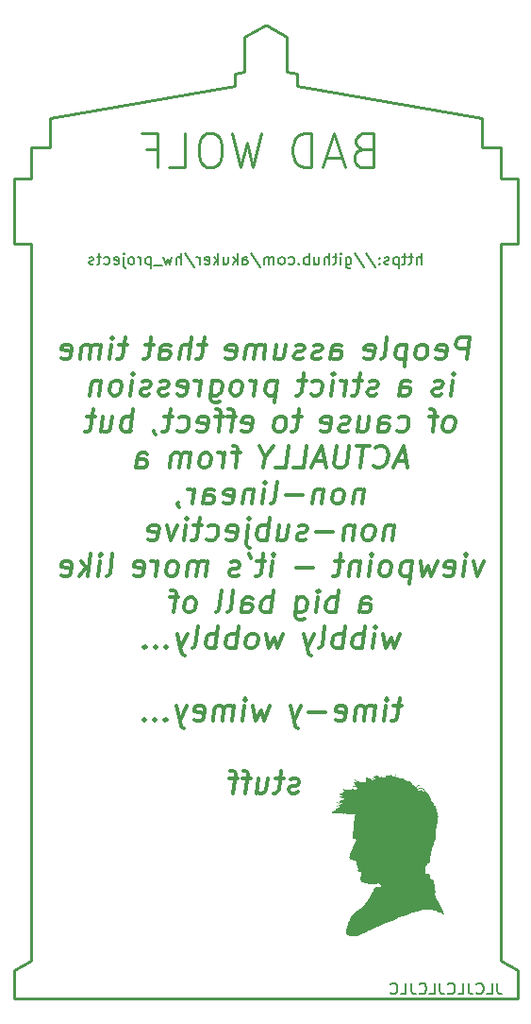
<source format=gbo>
G04 #@! TF.GenerationSoftware,KiCad,Pcbnew,(6.99.0-2501-g45393f228a)*
G04 #@! TF.CreationDate,2022-07-20T10:21:51-05:00*
G04 #@! TF.ProjectId,tardis,74617264-6973-42e6-9b69-6361645f7063,rev?*
G04 #@! TF.SameCoordinates,Original*
G04 #@! TF.FileFunction,Legend,Bot*
G04 #@! TF.FilePolarity,Positive*
%FSLAX46Y46*%
G04 Gerber Fmt 4.6, Leading zero omitted, Abs format (unit mm)*
G04 Created by KiCad (PCBNEW (6.99.0-2501-g45393f228a)) date 2022-07-20 10:21:51*
%MOMM*%
%LPD*%
G01*
G04 APERTURE LIST*
%ADD10C,0.150000*%
%ADD11C,0.250000*%
%ADD12C,0.300000*%
G04 APERTURE END LIST*
D10*
X165776190Y-151382380D02*
X165776190Y-152096666D01*
X165776190Y-152096666D02*
X165823809Y-152239523D01*
X165823809Y-152239523D02*
X165919047Y-152334761D01*
X165919047Y-152334761D02*
X166061904Y-152382380D01*
X166061904Y-152382380D02*
X166157142Y-152382380D01*
X164823809Y-152382380D02*
X165299999Y-152382380D01*
X165299999Y-152382380D02*
X165299999Y-151382380D01*
X163919047Y-152287142D02*
X163966666Y-152334761D01*
X163966666Y-152334761D02*
X164109523Y-152382380D01*
X164109523Y-152382380D02*
X164204761Y-152382380D01*
X164204761Y-152382380D02*
X164347618Y-152334761D01*
X164347618Y-152334761D02*
X164442856Y-152239523D01*
X164442856Y-152239523D02*
X164490475Y-152144285D01*
X164490475Y-152144285D02*
X164538094Y-151953809D01*
X164538094Y-151953809D02*
X164538094Y-151810952D01*
X164538094Y-151810952D02*
X164490475Y-151620476D01*
X164490475Y-151620476D02*
X164442856Y-151525238D01*
X164442856Y-151525238D02*
X164347618Y-151430000D01*
X164347618Y-151430000D02*
X164204761Y-151382380D01*
X164204761Y-151382380D02*
X164109523Y-151382380D01*
X164109523Y-151382380D02*
X163966666Y-151430000D01*
X163966666Y-151430000D02*
X163919047Y-151477619D01*
X163204761Y-151382380D02*
X163204761Y-152096666D01*
X163204761Y-152096666D02*
X163252380Y-152239523D01*
X163252380Y-152239523D02*
X163347618Y-152334761D01*
X163347618Y-152334761D02*
X163490475Y-152382380D01*
X163490475Y-152382380D02*
X163585713Y-152382380D01*
X162252380Y-152382380D02*
X162728570Y-152382380D01*
X162728570Y-152382380D02*
X162728570Y-151382380D01*
X161347618Y-152287142D02*
X161395237Y-152334761D01*
X161395237Y-152334761D02*
X161538094Y-152382380D01*
X161538094Y-152382380D02*
X161633332Y-152382380D01*
X161633332Y-152382380D02*
X161776189Y-152334761D01*
X161776189Y-152334761D02*
X161871427Y-152239523D01*
X161871427Y-152239523D02*
X161919046Y-152144285D01*
X161919046Y-152144285D02*
X161966665Y-151953809D01*
X161966665Y-151953809D02*
X161966665Y-151810952D01*
X161966665Y-151810952D02*
X161919046Y-151620476D01*
X161919046Y-151620476D02*
X161871427Y-151525238D01*
X161871427Y-151525238D02*
X161776189Y-151430000D01*
X161776189Y-151430000D02*
X161633332Y-151382380D01*
X161633332Y-151382380D02*
X161538094Y-151382380D01*
X161538094Y-151382380D02*
X161395237Y-151430000D01*
X161395237Y-151430000D02*
X161347618Y-151477619D01*
X160633332Y-151382380D02*
X160633332Y-152096666D01*
X160633332Y-152096666D02*
X160680951Y-152239523D01*
X160680951Y-152239523D02*
X160776189Y-152334761D01*
X160776189Y-152334761D02*
X160919046Y-152382380D01*
X160919046Y-152382380D02*
X161014284Y-152382380D01*
X159680951Y-152382380D02*
X160157141Y-152382380D01*
X160157141Y-152382380D02*
X160157141Y-151382380D01*
X158776189Y-152287142D02*
X158823808Y-152334761D01*
X158823808Y-152334761D02*
X158966665Y-152382380D01*
X158966665Y-152382380D02*
X159061903Y-152382380D01*
X159061903Y-152382380D02*
X159204760Y-152334761D01*
X159204760Y-152334761D02*
X159299998Y-152239523D01*
X159299998Y-152239523D02*
X159347617Y-152144285D01*
X159347617Y-152144285D02*
X159395236Y-151953809D01*
X159395236Y-151953809D02*
X159395236Y-151810952D01*
X159395236Y-151810952D02*
X159347617Y-151620476D01*
X159347617Y-151620476D02*
X159299998Y-151525238D01*
X159299998Y-151525238D02*
X159204760Y-151430000D01*
X159204760Y-151430000D02*
X159061903Y-151382380D01*
X159061903Y-151382380D02*
X158966665Y-151382380D01*
X158966665Y-151382380D02*
X158823808Y-151430000D01*
X158823808Y-151430000D02*
X158776189Y-151477619D01*
X158061903Y-151382380D02*
X158061903Y-152096666D01*
X158061903Y-152096666D02*
X158109522Y-152239523D01*
X158109522Y-152239523D02*
X158204760Y-152334761D01*
X158204760Y-152334761D02*
X158347617Y-152382380D01*
X158347617Y-152382380D02*
X158442855Y-152382380D01*
X157109522Y-152382380D02*
X157585712Y-152382380D01*
X157585712Y-152382380D02*
X157585712Y-151382380D01*
X156204760Y-152287142D02*
X156252379Y-152334761D01*
X156252379Y-152334761D02*
X156395236Y-152382380D01*
X156395236Y-152382380D02*
X156490474Y-152382380D01*
X156490474Y-152382380D02*
X156633331Y-152334761D01*
X156633331Y-152334761D02*
X156728569Y-152239523D01*
X156728569Y-152239523D02*
X156776188Y-152144285D01*
X156776188Y-152144285D02*
X156823807Y-151953809D01*
X156823807Y-151953809D02*
X156823807Y-151810952D01*
X156823807Y-151810952D02*
X156776188Y-151620476D01*
X156776188Y-151620476D02*
X156728569Y-151525238D01*
X156728569Y-151525238D02*
X156633331Y-151430000D01*
X156633331Y-151430000D02*
X156490474Y-151382380D01*
X156490474Y-151382380D02*
X156395236Y-151382380D01*
X156395236Y-151382380D02*
X156252379Y-151430000D01*
X156252379Y-151430000D02*
X156204760Y-151477619D01*
D11*
X122400000Y-150250000D02*
X122400000Y-152750000D01*
X123900000Y-76450000D02*
X123900000Y-79250000D01*
X144800000Y-152750000D02*
X167600000Y-152750000D01*
X122400000Y-152750000D02*
X145200000Y-152750000D01*
X166100000Y-76450000D02*
X164400000Y-76450000D01*
X142200000Y-69850000D02*
X142200000Y-70950000D01*
X125600000Y-73850000D02*
X125600000Y-76450000D01*
X167600000Y-150250000D02*
X166100000Y-149350000D01*
X167600000Y-85150000D02*
X167600000Y-79250000D01*
X147800000Y-69850000D02*
X146900000Y-69750000D01*
X167600000Y-79250000D02*
X166100000Y-79250000D01*
X122400000Y-85150000D02*
X123900000Y-85150000D01*
X147800000Y-70950000D02*
X147800000Y-69850000D01*
X146900000Y-66550000D02*
X145100000Y-65550000D01*
X123900000Y-149350000D02*
X122400000Y-150250000D01*
X122400000Y-79250000D02*
X122400000Y-85150000D01*
X166100000Y-79250000D02*
X166100000Y-76450000D01*
X123900000Y-85150000D02*
X123900000Y-149350000D01*
X146900000Y-69750000D02*
X146900000Y-66550000D01*
X125600000Y-76450000D02*
X123900000Y-76450000D01*
X164400000Y-73850000D02*
X147800000Y-70950000D01*
X143100000Y-69750000D02*
X142200000Y-69850000D01*
X166100000Y-85150000D02*
X167600000Y-85150000D01*
X144900000Y-65550000D02*
X145100000Y-65550000D01*
X142200000Y-70950000D02*
X125600000Y-73850000D01*
X166100000Y-149350000D02*
X166100000Y-85150000D01*
X144900000Y-65550000D02*
X143100000Y-66550000D01*
X164400000Y-76450000D02*
X164400000Y-73850000D01*
X167600000Y-152750000D02*
X167600000Y-150250000D01*
X123900000Y-79250000D02*
X122400000Y-79250000D01*
X143100000Y-66550000D02*
X143100000Y-69750000D01*
D12*
X163028572Y-95484761D02*
X163278572Y-93484761D01*
X163278572Y-93484761D02*
X162516667Y-93484761D01*
X162516667Y-93484761D02*
X162314286Y-93580000D01*
X162314286Y-93580000D02*
X162207143Y-93675238D01*
X162207143Y-93675238D02*
X162088096Y-93865714D01*
X162088096Y-93865714D02*
X162052381Y-94151428D01*
X162052381Y-94151428D02*
X162123810Y-94341904D01*
X162123810Y-94341904D02*
X162207143Y-94437142D01*
X162207143Y-94437142D02*
X162385715Y-94532380D01*
X162385715Y-94532380D02*
X163147619Y-94532380D01*
X160278572Y-95389523D02*
X160457143Y-95484761D01*
X160457143Y-95484761D02*
X160838096Y-95484761D01*
X160838096Y-95484761D02*
X161040477Y-95389523D01*
X161040477Y-95389523D02*
X161159524Y-95199047D01*
X161159524Y-95199047D02*
X161254762Y-94437142D01*
X161254762Y-94437142D02*
X161183334Y-94246666D01*
X161183334Y-94246666D02*
X161004762Y-94151428D01*
X161004762Y-94151428D02*
X160623810Y-94151428D01*
X160623810Y-94151428D02*
X160421429Y-94246666D01*
X160421429Y-94246666D02*
X160302381Y-94437142D01*
X160302381Y-94437142D02*
X160278572Y-94627619D01*
X160278572Y-94627619D02*
X161207143Y-94818095D01*
X159028572Y-95484761D02*
X159230952Y-95389523D01*
X159230952Y-95389523D02*
X159338095Y-95294285D01*
X159338095Y-95294285D02*
X159457143Y-95103809D01*
X159457143Y-95103809D02*
X159528572Y-94532380D01*
X159528572Y-94532380D02*
X159457143Y-94341904D01*
X159457143Y-94341904D02*
X159373810Y-94246666D01*
X159373810Y-94246666D02*
X159195238Y-94151428D01*
X159195238Y-94151428D02*
X158909524Y-94151428D01*
X158909524Y-94151428D02*
X158707143Y-94246666D01*
X158707143Y-94246666D02*
X158600000Y-94341904D01*
X158600000Y-94341904D02*
X158480952Y-94532380D01*
X158480952Y-94532380D02*
X158409524Y-95103809D01*
X158409524Y-95103809D02*
X158480952Y-95294285D01*
X158480952Y-95294285D02*
X158564286Y-95389523D01*
X158564286Y-95389523D02*
X158742857Y-95484761D01*
X158742857Y-95484761D02*
X159028572Y-95484761D01*
X157671428Y-94151428D02*
X157421428Y-96151428D01*
X157659524Y-94246666D02*
X157480952Y-94151428D01*
X157480952Y-94151428D02*
X157100000Y-94151428D01*
X157100000Y-94151428D02*
X156897619Y-94246666D01*
X156897619Y-94246666D02*
X156790476Y-94341904D01*
X156790476Y-94341904D02*
X156671428Y-94532380D01*
X156671428Y-94532380D02*
X156600000Y-95103809D01*
X156600000Y-95103809D02*
X156671428Y-95294285D01*
X156671428Y-95294285D02*
X156754762Y-95389523D01*
X156754762Y-95389523D02*
X156933333Y-95484761D01*
X156933333Y-95484761D02*
X157314286Y-95484761D01*
X157314286Y-95484761D02*
X157516667Y-95389523D01*
X155338096Y-95484761D02*
X155540476Y-95389523D01*
X155540476Y-95389523D02*
X155659524Y-95199047D01*
X155659524Y-95199047D02*
X155873810Y-93484761D01*
X153826191Y-95389523D02*
X154004762Y-95484761D01*
X154004762Y-95484761D02*
X154385715Y-95484761D01*
X154385715Y-95484761D02*
X154588096Y-95389523D01*
X154588096Y-95389523D02*
X154707143Y-95199047D01*
X154707143Y-95199047D02*
X154802381Y-94437142D01*
X154802381Y-94437142D02*
X154730953Y-94246666D01*
X154730953Y-94246666D02*
X154552381Y-94151428D01*
X154552381Y-94151428D02*
X154171429Y-94151428D01*
X154171429Y-94151428D02*
X153969048Y-94246666D01*
X153969048Y-94246666D02*
X153850000Y-94437142D01*
X153850000Y-94437142D02*
X153826191Y-94627619D01*
X153826191Y-94627619D02*
X154754762Y-94818095D01*
X150804762Y-95484761D02*
X150935714Y-94437142D01*
X150935714Y-94437142D02*
X151054762Y-94246666D01*
X151054762Y-94246666D02*
X151257143Y-94151428D01*
X151257143Y-94151428D02*
X151638095Y-94151428D01*
X151638095Y-94151428D02*
X151816667Y-94246666D01*
X150816667Y-95389523D02*
X150995238Y-95484761D01*
X150995238Y-95484761D02*
X151471429Y-95484761D01*
X151471429Y-95484761D02*
X151673810Y-95389523D01*
X151673810Y-95389523D02*
X151792857Y-95199047D01*
X151792857Y-95199047D02*
X151816667Y-95008571D01*
X151816667Y-95008571D02*
X151745238Y-94818095D01*
X151745238Y-94818095D02*
X151566667Y-94722857D01*
X151566667Y-94722857D02*
X151090476Y-94722857D01*
X151090476Y-94722857D02*
X150911905Y-94627619D01*
X149959524Y-95389523D02*
X149757143Y-95484761D01*
X149757143Y-95484761D02*
X149376190Y-95484761D01*
X149376190Y-95484761D02*
X149197619Y-95389523D01*
X149197619Y-95389523D02*
X149126190Y-95199047D01*
X149126190Y-95199047D02*
X149138095Y-95103809D01*
X149138095Y-95103809D02*
X149257143Y-94913333D01*
X149257143Y-94913333D02*
X149459524Y-94818095D01*
X149459524Y-94818095D02*
X149745238Y-94818095D01*
X149745238Y-94818095D02*
X149947619Y-94722857D01*
X149947619Y-94722857D02*
X150066667Y-94532380D01*
X150066667Y-94532380D02*
X150078571Y-94437142D01*
X150078571Y-94437142D02*
X150007143Y-94246666D01*
X150007143Y-94246666D02*
X149828571Y-94151428D01*
X149828571Y-94151428D02*
X149542857Y-94151428D01*
X149542857Y-94151428D02*
X149340476Y-94246666D01*
X148340476Y-95389523D02*
X148138095Y-95484761D01*
X148138095Y-95484761D02*
X147757142Y-95484761D01*
X147757142Y-95484761D02*
X147578571Y-95389523D01*
X147578571Y-95389523D02*
X147507142Y-95199047D01*
X147507142Y-95199047D02*
X147519047Y-95103809D01*
X147519047Y-95103809D02*
X147638095Y-94913333D01*
X147638095Y-94913333D02*
X147840476Y-94818095D01*
X147840476Y-94818095D02*
X148126190Y-94818095D01*
X148126190Y-94818095D02*
X148328571Y-94722857D01*
X148328571Y-94722857D02*
X148447619Y-94532380D01*
X148447619Y-94532380D02*
X148459523Y-94437142D01*
X148459523Y-94437142D02*
X148388095Y-94246666D01*
X148388095Y-94246666D02*
X148209523Y-94151428D01*
X148209523Y-94151428D02*
X147923809Y-94151428D01*
X147923809Y-94151428D02*
X147721428Y-94246666D01*
X145923809Y-94151428D02*
X145757142Y-95484761D01*
X146780951Y-94151428D02*
X146649999Y-95199047D01*
X146649999Y-95199047D02*
X146530951Y-95389523D01*
X146530951Y-95389523D02*
X146328571Y-95484761D01*
X146328571Y-95484761D02*
X146042856Y-95484761D01*
X146042856Y-95484761D02*
X145864285Y-95389523D01*
X145864285Y-95389523D02*
X145780951Y-95294285D01*
X144804761Y-95484761D02*
X144971427Y-94151428D01*
X144947618Y-94341904D02*
X144864285Y-94246666D01*
X144864285Y-94246666D02*
X144685713Y-94151428D01*
X144685713Y-94151428D02*
X144399999Y-94151428D01*
X144399999Y-94151428D02*
X144197618Y-94246666D01*
X144197618Y-94246666D02*
X144078570Y-94437142D01*
X144078570Y-94437142D02*
X143947618Y-95484761D01*
X144078570Y-94437142D02*
X144007142Y-94246666D01*
X144007142Y-94246666D02*
X143828570Y-94151428D01*
X143828570Y-94151428D02*
X143542856Y-94151428D01*
X143542856Y-94151428D02*
X143340475Y-94246666D01*
X143340475Y-94246666D02*
X143221427Y-94437142D01*
X143221427Y-94437142D02*
X143090475Y-95484761D01*
X141388094Y-95389523D02*
X141566665Y-95484761D01*
X141566665Y-95484761D02*
X141947618Y-95484761D01*
X141947618Y-95484761D02*
X142149999Y-95389523D01*
X142149999Y-95389523D02*
X142269046Y-95199047D01*
X142269046Y-95199047D02*
X142364284Y-94437142D01*
X142364284Y-94437142D02*
X142292856Y-94246666D01*
X142292856Y-94246666D02*
X142114284Y-94151428D01*
X142114284Y-94151428D02*
X141733332Y-94151428D01*
X141733332Y-94151428D02*
X141530951Y-94246666D01*
X141530951Y-94246666D02*
X141411903Y-94437142D01*
X141411903Y-94437142D02*
X141388094Y-94627619D01*
X141388094Y-94627619D02*
X142316665Y-94818095D01*
X139676189Y-94151428D02*
X138914284Y-94151428D01*
X139473808Y-93484761D02*
X139259522Y-95199047D01*
X139259522Y-95199047D02*
X139140474Y-95389523D01*
X139140474Y-95389523D02*
X138938094Y-95484761D01*
X138938094Y-95484761D02*
X138747617Y-95484761D01*
X138080951Y-95484761D02*
X138330951Y-93484761D01*
X137223808Y-95484761D02*
X137354760Y-94437142D01*
X137354760Y-94437142D02*
X137473808Y-94246666D01*
X137473808Y-94246666D02*
X137676189Y-94151428D01*
X137676189Y-94151428D02*
X137961903Y-94151428D01*
X137961903Y-94151428D02*
X138140475Y-94246666D01*
X138140475Y-94246666D02*
X138223808Y-94341904D01*
X135414284Y-95484761D02*
X135545236Y-94437142D01*
X135545236Y-94437142D02*
X135664284Y-94246666D01*
X135664284Y-94246666D02*
X135866665Y-94151428D01*
X135866665Y-94151428D02*
X136247617Y-94151428D01*
X136247617Y-94151428D02*
X136426189Y-94246666D01*
X135426189Y-95389523D02*
X135604760Y-95484761D01*
X135604760Y-95484761D02*
X136080951Y-95484761D01*
X136080951Y-95484761D02*
X136283332Y-95389523D01*
X136283332Y-95389523D02*
X136402379Y-95199047D01*
X136402379Y-95199047D02*
X136426189Y-95008571D01*
X136426189Y-95008571D02*
X136354760Y-94818095D01*
X136354760Y-94818095D02*
X136176189Y-94722857D01*
X136176189Y-94722857D02*
X135699998Y-94722857D01*
X135699998Y-94722857D02*
X135521427Y-94627619D01*
X134914284Y-94151428D02*
X134152379Y-94151428D01*
X134711903Y-93484761D02*
X134497617Y-95199047D01*
X134497617Y-95199047D02*
X134378569Y-95389523D01*
X134378569Y-95389523D02*
X134176189Y-95484761D01*
X134176189Y-95484761D02*
X133985712Y-95484761D01*
X132571427Y-94151428D02*
X131809522Y-94151428D01*
X132369046Y-93484761D02*
X132154760Y-95199047D01*
X132154760Y-95199047D02*
X132035712Y-95389523D01*
X132035712Y-95389523D02*
X131833332Y-95484761D01*
X131833332Y-95484761D02*
X131642855Y-95484761D01*
X130976189Y-95484761D02*
X131142855Y-94151428D01*
X131226189Y-93484761D02*
X131309522Y-93580000D01*
X131309522Y-93580000D02*
X131202379Y-93675238D01*
X131202379Y-93675238D02*
X131119046Y-93580000D01*
X131119046Y-93580000D02*
X131226189Y-93484761D01*
X131226189Y-93484761D02*
X131202379Y-93675238D01*
X130023808Y-95484761D02*
X130190474Y-94151428D01*
X130166665Y-94341904D02*
X130083332Y-94246666D01*
X130083332Y-94246666D02*
X129904760Y-94151428D01*
X129904760Y-94151428D02*
X129619046Y-94151428D01*
X129619046Y-94151428D02*
X129416665Y-94246666D01*
X129416665Y-94246666D02*
X129297617Y-94437142D01*
X129297617Y-94437142D02*
X129166665Y-95484761D01*
X129297617Y-94437142D02*
X129226189Y-94246666D01*
X129226189Y-94246666D02*
X129047617Y-94151428D01*
X129047617Y-94151428D02*
X128761903Y-94151428D01*
X128761903Y-94151428D02*
X128559522Y-94246666D01*
X128559522Y-94246666D02*
X128440474Y-94437142D01*
X128440474Y-94437142D02*
X128309522Y-95484761D01*
X126607141Y-95389523D02*
X126785712Y-95484761D01*
X126785712Y-95484761D02*
X127166665Y-95484761D01*
X127166665Y-95484761D02*
X127369046Y-95389523D01*
X127369046Y-95389523D02*
X127488093Y-95199047D01*
X127488093Y-95199047D02*
X127583331Y-94437142D01*
X127583331Y-94437142D02*
X127511903Y-94246666D01*
X127511903Y-94246666D02*
X127333331Y-94151428D01*
X127333331Y-94151428D02*
X126952379Y-94151428D01*
X126952379Y-94151428D02*
X126749998Y-94246666D01*
X126749998Y-94246666D02*
X126630950Y-94437142D01*
X126630950Y-94437142D02*
X126607141Y-94627619D01*
X126607141Y-94627619D02*
X127535712Y-94818095D01*
X161616667Y-98724761D02*
X161783333Y-97391428D01*
X161866667Y-96724761D02*
X161950000Y-96820000D01*
X161950000Y-96820000D02*
X161842857Y-96915238D01*
X161842857Y-96915238D02*
X161759524Y-96820000D01*
X161759524Y-96820000D02*
X161866667Y-96724761D01*
X161866667Y-96724761D02*
X161842857Y-96915238D01*
X160771429Y-98629523D02*
X160569048Y-98724761D01*
X160569048Y-98724761D02*
X160188095Y-98724761D01*
X160188095Y-98724761D02*
X160009524Y-98629523D01*
X160009524Y-98629523D02*
X159938095Y-98439047D01*
X159938095Y-98439047D02*
X159950000Y-98343809D01*
X159950000Y-98343809D02*
X160069048Y-98153333D01*
X160069048Y-98153333D02*
X160271429Y-98058095D01*
X160271429Y-98058095D02*
X160557143Y-98058095D01*
X160557143Y-98058095D02*
X160759524Y-97962857D01*
X160759524Y-97962857D02*
X160878572Y-97772380D01*
X160878572Y-97772380D02*
X160890476Y-97677142D01*
X160890476Y-97677142D02*
X160819048Y-97486666D01*
X160819048Y-97486666D02*
X160640476Y-97391428D01*
X160640476Y-97391428D02*
X160354762Y-97391428D01*
X160354762Y-97391428D02*
X160152381Y-97486666D01*
X156988095Y-98724761D02*
X157119047Y-97677142D01*
X157119047Y-97677142D02*
X157238095Y-97486666D01*
X157238095Y-97486666D02*
X157440476Y-97391428D01*
X157440476Y-97391428D02*
X157821428Y-97391428D01*
X157821428Y-97391428D02*
X158000000Y-97486666D01*
X157000000Y-98629523D02*
X157178571Y-98724761D01*
X157178571Y-98724761D02*
X157654762Y-98724761D01*
X157654762Y-98724761D02*
X157857143Y-98629523D01*
X157857143Y-98629523D02*
X157976190Y-98439047D01*
X157976190Y-98439047D02*
X158000000Y-98248571D01*
X158000000Y-98248571D02*
X157928571Y-98058095D01*
X157928571Y-98058095D02*
X157750000Y-97962857D01*
X157750000Y-97962857D02*
X157273809Y-97962857D01*
X157273809Y-97962857D02*
X157095238Y-97867619D01*
X154942857Y-98629523D02*
X154740476Y-98724761D01*
X154740476Y-98724761D02*
X154359523Y-98724761D01*
X154359523Y-98724761D02*
X154180952Y-98629523D01*
X154180952Y-98629523D02*
X154109523Y-98439047D01*
X154109523Y-98439047D02*
X154121428Y-98343809D01*
X154121428Y-98343809D02*
X154240476Y-98153333D01*
X154240476Y-98153333D02*
X154442857Y-98058095D01*
X154442857Y-98058095D02*
X154728571Y-98058095D01*
X154728571Y-98058095D02*
X154930952Y-97962857D01*
X154930952Y-97962857D02*
X155050000Y-97772380D01*
X155050000Y-97772380D02*
X155061904Y-97677142D01*
X155061904Y-97677142D02*
X154990476Y-97486666D01*
X154990476Y-97486666D02*
X154811904Y-97391428D01*
X154811904Y-97391428D02*
X154526190Y-97391428D01*
X154526190Y-97391428D02*
X154323809Y-97486666D01*
X153669047Y-97391428D02*
X152907142Y-97391428D01*
X153466666Y-96724761D02*
X153252380Y-98439047D01*
X153252380Y-98439047D02*
X153133332Y-98629523D01*
X153133332Y-98629523D02*
X152930952Y-98724761D01*
X152930952Y-98724761D02*
X152740475Y-98724761D01*
X152073809Y-98724761D02*
X152240475Y-97391428D01*
X152192856Y-97772380D02*
X152121428Y-97581904D01*
X152121428Y-97581904D02*
X152038095Y-97486666D01*
X152038095Y-97486666D02*
X151859523Y-97391428D01*
X151859523Y-97391428D02*
X151669047Y-97391428D01*
X150835714Y-98724761D02*
X151002380Y-97391428D01*
X151085714Y-96724761D02*
X151169047Y-96820000D01*
X151169047Y-96820000D02*
X151061904Y-96915238D01*
X151061904Y-96915238D02*
X150978571Y-96820000D01*
X150978571Y-96820000D02*
X151085714Y-96724761D01*
X151085714Y-96724761D02*
X151061904Y-96915238D01*
X149038095Y-98629523D02*
X149216666Y-98724761D01*
X149216666Y-98724761D02*
X149597619Y-98724761D01*
X149597619Y-98724761D02*
X149799999Y-98629523D01*
X149799999Y-98629523D02*
X149907142Y-98534285D01*
X149907142Y-98534285D02*
X150026190Y-98343809D01*
X150026190Y-98343809D02*
X150097619Y-97772380D01*
X150097619Y-97772380D02*
X150026190Y-97581904D01*
X150026190Y-97581904D02*
X149942857Y-97486666D01*
X149942857Y-97486666D02*
X149764285Y-97391428D01*
X149764285Y-97391428D02*
X149383333Y-97391428D01*
X149383333Y-97391428D02*
X149180952Y-97486666D01*
X148621428Y-97391428D02*
X147859523Y-97391428D01*
X148419047Y-96724761D02*
X148204761Y-98439047D01*
X148204761Y-98439047D02*
X148085713Y-98629523D01*
X148085713Y-98629523D02*
X147883333Y-98724761D01*
X147883333Y-98724761D02*
X147692856Y-98724761D01*
X145992856Y-97391428D02*
X145742856Y-99391428D01*
X145980952Y-97486666D02*
X145802380Y-97391428D01*
X145802380Y-97391428D02*
X145421428Y-97391428D01*
X145421428Y-97391428D02*
X145219047Y-97486666D01*
X145219047Y-97486666D02*
X145111904Y-97581904D01*
X145111904Y-97581904D02*
X144992856Y-97772380D01*
X144992856Y-97772380D02*
X144921428Y-98343809D01*
X144921428Y-98343809D02*
X144992856Y-98534285D01*
X144992856Y-98534285D02*
X145076190Y-98629523D01*
X145076190Y-98629523D02*
X145254761Y-98724761D01*
X145254761Y-98724761D02*
X145635714Y-98724761D01*
X145635714Y-98724761D02*
X145838095Y-98629523D01*
X143945238Y-98724761D02*
X144111904Y-97391428D01*
X144064285Y-97772380D02*
X143992857Y-97581904D01*
X143992857Y-97581904D02*
X143909524Y-97486666D01*
X143909524Y-97486666D02*
X143730952Y-97391428D01*
X143730952Y-97391428D02*
X143540476Y-97391428D01*
X142421429Y-98724761D02*
X142623809Y-98629523D01*
X142623809Y-98629523D02*
X142730952Y-98534285D01*
X142730952Y-98534285D02*
X142850000Y-98343809D01*
X142850000Y-98343809D02*
X142921429Y-97772380D01*
X142921429Y-97772380D02*
X142850000Y-97581904D01*
X142850000Y-97581904D02*
X142766667Y-97486666D01*
X142766667Y-97486666D02*
X142588095Y-97391428D01*
X142588095Y-97391428D02*
X142302381Y-97391428D01*
X142302381Y-97391428D02*
X142100000Y-97486666D01*
X142100000Y-97486666D02*
X141992857Y-97581904D01*
X141992857Y-97581904D02*
X141873809Y-97772380D01*
X141873809Y-97772380D02*
X141802381Y-98343809D01*
X141802381Y-98343809D02*
X141873809Y-98534285D01*
X141873809Y-98534285D02*
X141957143Y-98629523D01*
X141957143Y-98629523D02*
X142135714Y-98724761D01*
X142135714Y-98724761D02*
X142421429Y-98724761D01*
X140207143Y-97391428D02*
X140004762Y-99010476D01*
X140004762Y-99010476D02*
X140076190Y-99200952D01*
X140076190Y-99200952D02*
X140159524Y-99296190D01*
X140159524Y-99296190D02*
X140338095Y-99391428D01*
X140338095Y-99391428D02*
X140623809Y-99391428D01*
X140623809Y-99391428D02*
X140826190Y-99296190D01*
X140052381Y-98629523D02*
X140230952Y-98724761D01*
X140230952Y-98724761D02*
X140611905Y-98724761D01*
X140611905Y-98724761D02*
X140814285Y-98629523D01*
X140814285Y-98629523D02*
X140921428Y-98534285D01*
X140921428Y-98534285D02*
X141040476Y-98343809D01*
X141040476Y-98343809D02*
X141111905Y-97772380D01*
X141111905Y-97772380D02*
X141040476Y-97581904D01*
X141040476Y-97581904D02*
X140957143Y-97486666D01*
X140957143Y-97486666D02*
X140778571Y-97391428D01*
X140778571Y-97391428D02*
X140397619Y-97391428D01*
X140397619Y-97391428D02*
X140195238Y-97486666D01*
X139016667Y-98724761D02*
X139183333Y-97391428D01*
X139135714Y-97772380D02*
X139064286Y-97581904D01*
X139064286Y-97581904D02*
X138980953Y-97486666D01*
X138980953Y-97486666D02*
X138802381Y-97391428D01*
X138802381Y-97391428D02*
X138611905Y-97391428D01*
X137028572Y-98629523D02*
X137207143Y-98724761D01*
X137207143Y-98724761D02*
X137588096Y-98724761D01*
X137588096Y-98724761D02*
X137790477Y-98629523D01*
X137790477Y-98629523D02*
X137909524Y-98439047D01*
X137909524Y-98439047D02*
X138004762Y-97677142D01*
X138004762Y-97677142D02*
X137933334Y-97486666D01*
X137933334Y-97486666D02*
X137754762Y-97391428D01*
X137754762Y-97391428D02*
X137373810Y-97391428D01*
X137373810Y-97391428D02*
X137171429Y-97486666D01*
X137171429Y-97486666D02*
X137052381Y-97677142D01*
X137052381Y-97677142D02*
X137028572Y-97867619D01*
X137028572Y-97867619D02*
X137957143Y-98058095D01*
X136171429Y-98629523D02*
X135969048Y-98724761D01*
X135969048Y-98724761D02*
X135588095Y-98724761D01*
X135588095Y-98724761D02*
X135409524Y-98629523D01*
X135409524Y-98629523D02*
X135338095Y-98439047D01*
X135338095Y-98439047D02*
X135350000Y-98343809D01*
X135350000Y-98343809D02*
X135469048Y-98153333D01*
X135469048Y-98153333D02*
X135671429Y-98058095D01*
X135671429Y-98058095D02*
X135957143Y-98058095D01*
X135957143Y-98058095D02*
X136159524Y-97962857D01*
X136159524Y-97962857D02*
X136278572Y-97772380D01*
X136278572Y-97772380D02*
X136290476Y-97677142D01*
X136290476Y-97677142D02*
X136219048Y-97486666D01*
X136219048Y-97486666D02*
X136040476Y-97391428D01*
X136040476Y-97391428D02*
X135754762Y-97391428D01*
X135754762Y-97391428D02*
X135552381Y-97486666D01*
X134552381Y-98629523D02*
X134350000Y-98724761D01*
X134350000Y-98724761D02*
X133969047Y-98724761D01*
X133969047Y-98724761D02*
X133790476Y-98629523D01*
X133790476Y-98629523D02*
X133719047Y-98439047D01*
X133719047Y-98439047D02*
X133730952Y-98343809D01*
X133730952Y-98343809D02*
X133850000Y-98153333D01*
X133850000Y-98153333D02*
X134052381Y-98058095D01*
X134052381Y-98058095D02*
X134338095Y-98058095D01*
X134338095Y-98058095D02*
X134540476Y-97962857D01*
X134540476Y-97962857D02*
X134659524Y-97772380D01*
X134659524Y-97772380D02*
X134671428Y-97677142D01*
X134671428Y-97677142D02*
X134600000Y-97486666D01*
X134600000Y-97486666D02*
X134421428Y-97391428D01*
X134421428Y-97391428D02*
X134135714Y-97391428D01*
X134135714Y-97391428D02*
X133933333Y-97486666D01*
X132826190Y-98724761D02*
X132992856Y-97391428D01*
X133076190Y-96724761D02*
X133159523Y-96820000D01*
X133159523Y-96820000D02*
X133052380Y-96915238D01*
X133052380Y-96915238D02*
X132969047Y-96820000D01*
X132969047Y-96820000D02*
X133076190Y-96724761D01*
X133076190Y-96724761D02*
X133052380Y-96915238D01*
X131588095Y-98724761D02*
X131790475Y-98629523D01*
X131790475Y-98629523D02*
X131897618Y-98534285D01*
X131897618Y-98534285D02*
X132016666Y-98343809D01*
X132016666Y-98343809D02*
X132088095Y-97772380D01*
X132088095Y-97772380D02*
X132016666Y-97581904D01*
X132016666Y-97581904D02*
X131933333Y-97486666D01*
X131933333Y-97486666D02*
X131754761Y-97391428D01*
X131754761Y-97391428D02*
X131469047Y-97391428D01*
X131469047Y-97391428D02*
X131266666Y-97486666D01*
X131266666Y-97486666D02*
X131159523Y-97581904D01*
X131159523Y-97581904D02*
X131040475Y-97772380D01*
X131040475Y-97772380D02*
X130969047Y-98343809D01*
X130969047Y-98343809D02*
X131040475Y-98534285D01*
X131040475Y-98534285D02*
X131123809Y-98629523D01*
X131123809Y-98629523D02*
X131302380Y-98724761D01*
X131302380Y-98724761D02*
X131588095Y-98724761D01*
X130230951Y-97391428D02*
X130064285Y-98724761D01*
X130207142Y-97581904D02*
X130123809Y-97486666D01*
X130123809Y-97486666D02*
X129945237Y-97391428D01*
X129945237Y-97391428D02*
X129659523Y-97391428D01*
X129659523Y-97391428D02*
X129457142Y-97486666D01*
X129457142Y-97486666D02*
X129338094Y-97677142D01*
X129338094Y-97677142D02*
X129207142Y-98724761D01*
X161490477Y-101964761D02*
X161692857Y-101869523D01*
X161692857Y-101869523D02*
X161800000Y-101774285D01*
X161800000Y-101774285D02*
X161919048Y-101583809D01*
X161919048Y-101583809D02*
X161990477Y-101012380D01*
X161990477Y-101012380D02*
X161919048Y-100821904D01*
X161919048Y-100821904D02*
X161835715Y-100726666D01*
X161835715Y-100726666D02*
X161657143Y-100631428D01*
X161657143Y-100631428D02*
X161371429Y-100631428D01*
X161371429Y-100631428D02*
X161169048Y-100726666D01*
X161169048Y-100726666D02*
X161061905Y-100821904D01*
X161061905Y-100821904D02*
X160942857Y-101012380D01*
X160942857Y-101012380D02*
X160871429Y-101583809D01*
X160871429Y-101583809D02*
X160942857Y-101774285D01*
X160942857Y-101774285D02*
X161026191Y-101869523D01*
X161026191Y-101869523D02*
X161204762Y-101964761D01*
X161204762Y-101964761D02*
X161490477Y-101964761D01*
X160419048Y-100631428D02*
X159657143Y-100631428D01*
X159966667Y-101964761D02*
X160180953Y-100250476D01*
X160180953Y-100250476D02*
X160109524Y-100060000D01*
X160109524Y-100060000D02*
X159930953Y-99964761D01*
X159930953Y-99964761D02*
X159740476Y-99964761D01*
X156778572Y-101869523D02*
X156957143Y-101964761D01*
X156957143Y-101964761D02*
X157338096Y-101964761D01*
X157338096Y-101964761D02*
X157540476Y-101869523D01*
X157540476Y-101869523D02*
X157647619Y-101774285D01*
X157647619Y-101774285D02*
X157766667Y-101583809D01*
X157766667Y-101583809D02*
X157838096Y-101012380D01*
X157838096Y-101012380D02*
X157766667Y-100821904D01*
X157766667Y-100821904D02*
X157683334Y-100726666D01*
X157683334Y-100726666D02*
X157504762Y-100631428D01*
X157504762Y-100631428D02*
X157123810Y-100631428D01*
X157123810Y-100631428D02*
X156921429Y-100726666D01*
X155052381Y-101964761D02*
X155183333Y-100917142D01*
X155183333Y-100917142D02*
X155302381Y-100726666D01*
X155302381Y-100726666D02*
X155504762Y-100631428D01*
X155504762Y-100631428D02*
X155885714Y-100631428D01*
X155885714Y-100631428D02*
X156064286Y-100726666D01*
X155064286Y-101869523D02*
X155242857Y-101964761D01*
X155242857Y-101964761D02*
X155719048Y-101964761D01*
X155719048Y-101964761D02*
X155921429Y-101869523D01*
X155921429Y-101869523D02*
X156040476Y-101679047D01*
X156040476Y-101679047D02*
X156064286Y-101488571D01*
X156064286Y-101488571D02*
X155992857Y-101298095D01*
X155992857Y-101298095D02*
X155814286Y-101202857D01*
X155814286Y-101202857D02*
X155338095Y-101202857D01*
X155338095Y-101202857D02*
X155159524Y-101107619D01*
X153409524Y-100631428D02*
X153242857Y-101964761D01*
X154266666Y-100631428D02*
X154135714Y-101679047D01*
X154135714Y-101679047D02*
X154016666Y-101869523D01*
X154016666Y-101869523D02*
X153814286Y-101964761D01*
X153814286Y-101964761D02*
X153528571Y-101964761D01*
X153528571Y-101964761D02*
X153350000Y-101869523D01*
X153350000Y-101869523D02*
X153266666Y-101774285D01*
X152397619Y-101869523D02*
X152195238Y-101964761D01*
X152195238Y-101964761D02*
X151814285Y-101964761D01*
X151814285Y-101964761D02*
X151635714Y-101869523D01*
X151635714Y-101869523D02*
X151564285Y-101679047D01*
X151564285Y-101679047D02*
X151576190Y-101583809D01*
X151576190Y-101583809D02*
X151695238Y-101393333D01*
X151695238Y-101393333D02*
X151897619Y-101298095D01*
X151897619Y-101298095D02*
X152183333Y-101298095D01*
X152183333Y-101298095D02*
X152385714Y-101202857D01*
X152385714Y-101202857D02*
X152504762Y-101012380D01*
X152504762Y-101012380D02*
X152516666Y-100917142D01*
X152516666Y-100917142D02*
X152445238Y-100726666D01*
X152445238Y-100726666D02*
X152266666Y-100631428D01*
X152266666Y-100631428D02*
X151980952Y-100631428D01*
X151980952Y-100631428D02*
X151778571Y-100726666D01*
X149921428Y-101869523D02*
X150099999Y-101964761D01*
X150099999Y-101964761D02*
X150480952Y-101964761D01*
X150480952Y-101964761D02*
X150683333Y-101869523D01*
X150683333Y-101869523D02*
X150802380Y-101679047D01*
X150802380Y-101679047D02*
X150897618Y-100917142D01*
X150897618Y-100917142D02*
X150826190Y-100726666D01*
X150826190Y-100726666D02*
X150647618Y-100631428D01*
X150647618Y-100631428D02*
X150266666Y-100631428D01*
X150266666Y-100631428D02*
X150064285Y-100726666D01*
X150064285Y-100726666D02*
X149945237Y-100917142D01*
X149945237Y-100917142D02*
X149921428Y-101107619D01*
X149921428Y-101107619D02*
X150849999Y-101298095D01*
X148209523Y-100631428D02*
X147447618Y-100631428D01*
X148007142Y-99964761D02*
X147792856Y-101679047D01*
X147792856Y-101679047D02*
X147673808Y-101869523D01*
X147673808Y-101869523D02*
X147471428Y-101964761D01*
X147471428Y-101964761D02*
X147280951Y-101964761D01*
X146328571Y-101964761D02*
X146530951Y-101869523D01*
X146530951Y-101869523D02*
X146638094Y-101774285D01*
X146638094Y-101774285D02*
X146757142Y-101583809D01*
X146757142Y-101583809D02*
X146828571Y-101012380D01*
X146828571Y-101012380D02*
X146757142Y-100821904D01*
X146757142Y-100821904D02*
X146673809Y-100726666D01*
X146673809Y-100726666D02*
X146495237Y-100631428D01*
X146495237Y-100631428D02*
X146209523Y-100631428D01*
X146209523Y-100631428D02*
X146007142Y-100726666D01*
X146007142Y-100726666D02*
X145899999Y-100821904D01*
X145899999Y-100821904D02*
X145780951Y-101012380D01*
X145780951Y-101012380D02*
X145709523Y-101583809D01*
X145709523Y-101583809D02*
X145780951Y-101774285D01*
X145780951Y-101774285D02*
X145864285Y-101869523D01*
X145864285Y-101869523D02*
X146042856Y-101964761D01*
X146042856Y-101964761D02*
X146328571Y-101964761D01*
X142854761Y-101869523D02*
X143033332Y-101964761D01*
X143033332Y-101964761D02*
X143414285Y-101964761D01*
X143414285Y-101964761D02*
X143616666Y-101869523D01*
X143616666Y-101869523D02*
X143735713Y-101679047D01*
X143735713Y-101679047D02*
X143830951Y-100917142D01*
X143830951Y-100917142D02*
X143759523Y-100726666D01*
X143759523Y-100726666D02*
X143580951Y-100631428D01*
X143580951Y-100631428D02*
X143199999Y-100631428D01*
X143199999Y-100631428D02*
X142997618Y-100726666D01*
X142997618Y-100726666D02*
X142878570Y-100917142D01*
X142878570Y-100917142D02*
X142854761Y-101107619D01*
X142854761Y-101107619D02*
X143783332Y-101298095D01*
X142342856Y-100631428D02*
X141580951Y-100631428D01*
X141890475Y-101964761D02*
X142104761Y-100250476D01*
X142104761Y-100250476D02*
X142033332Y-100060000D01*
X142033332Y-100060000D02*
X141854761Y-99964761D01*
X141854761Y-99964761D02*
X141664284Y-99964761D01*
X141199999Y-100631428D02*
X140438094Y-100631428D01*
X140747618Y-101964761D02*
X140961904Y-100250476D01*
X140961904Y-100250476D02*
X140890475Y-100060000D01*
X140890475Y-100060000D02*
X140711904Y-99964761D01*
X140711904Y-99964761D02*
X140521427Y-99964761D01*
X138854761Y-101869523D02*
X139033332Y-101964761D01*
X139033332Y-101964761D02*
X139414285Y-101964761D01*
X139414285Y-101964761D02*
X139616666Y-101869523D01*
X139616666Y-101869523D02*
X139735713Y-101679047D01*
X139735713Y-101679047D02*
X139830951Y-100917142D01*
X139830951Y-100917142D02*
X139759523Y-100726666D01*
X139759523Y-100726666D02*
X139580951Y-100631428D01*
X139580951Y-100631428D02*
X139199999Y-100631428D01*
X139199999Y-100631428D02*
X138997618Y-100726666D01*
X138997618Y-100726666D02*
X138878570Y-100917142D01*
X138878570Y-100917142D02*
X138854761Y-101107619D01*
X138854761Y-101107619D02*
X139783332Y-101298095D01*
X137045237Y-101869523D02*
X137223808Y-101964761D01*
X137223808Y-101964761D02*
X137604761Y-101964761D01*
X137604761Y-101964761D02*
X137807141Y-101869523D01*
X137807141Y-101869523D02*
X137914284Y-101774285D01*
X137914284Y-101774285D02*
X138033332Y-101583809D01*
X138033332Y-101583809D02*
X138104761Y-101012380D01*
X138104761Y-101012380D02*
X138033332Y-100821904D01*
X138033332Y-100821904D02*
X137949999Y-100726666D01*
X137949999Y-100726666D02*
X137771427Y-100631428D01*
X137771427Y-100631428D02*
X137390475Y-100631428D01*
X137390475Y-100631428D02*
X137188094Y-100726666D01*
X136628570Y-100631428D02*
X135866665Y-100631428D01*
X136426189Y-99964761D02*
X136211903Y-101679047D01*
X136211903Y-101679047D02*
X136092855Y-101869523D01*
X136092855Y-101869523D02*
X135890475Y-101964761D01*
X135890475Y-101964761D02*
X135699998Y-101964761D01*
X134949998Y-101869523D02*
X134938094Y-101964761D01*
X134938094Y-101964761D02*
X135009522Y-102155238D01*
X135009522Y-102155238D02*
X135092856Y-102250476D01*
X132857142Y-101964761D02*
X133107142Y-99964761D01*
X133011904Y-100726666D02*
X132833332Y-100631428D01*
X132833332Y-100631428D02*
X132452380Y-100631428D01*
X132452380Y-100631428D02*
X132249999Y-100726666D01*
X132249999Y-100726666D02*
X132142856Y-100821904D01*
X132142856Y-100821904D02*
X132023808Y-101012380D01*
X132023808Y-101012380D02*
X131952380Y-101583809D01*
X131952380Y-101583809D02*
X132023808Y-101774285D01*
X132023808Y-101774285D02*
X132107142Y-101869523D01*
X132107142Y-101869523D02*
X132285713Y-101964761D01*
X132285713Y-101964761D02*
X132666666Y-101964761D01*
X132666666Y-101964761D02*
X132869047Y-101869523D01*
X130357142Y-100631428D02*
X130190475Y-101964761D01*
X131214284Y-100631428D02*
X131083332Y-101679047D01*
X131083332Y-101679047D02*
X130964284Y-101869523D01*
X130964284Y-101869523D02*
X130761904Y-101964761D01*
X130761904Y-101964761D02*
X130476189Y-101964761D01*
X130476189Y-101964761D02*
X130297618Y-101869523D01*
X130297618Y-101869523D02*
X130214284Y-101774285D01*
X129690475Y-100631428D02*
X128928570Y-100631428D01*
X129488094Y-99964761D02*
X129273808Y-101679047D01*
X129273808Y-101679047D02*
X129154760Y-101869523D01*
X129154760Y-101869523D02*
X128952380Y-101964761D01*
X128952380Y-101964761D02*
X128761903Y-101964761D01*
X157635714Y-104633333D02*
X156683334Y-104633333D01*
X157754762Y-105204761D02*
X157338095Y-103204761D01*
X157338095Y-103204761D02*
X156421429Y-105204761D01*
X154635714Y-105014285D02*
X154719048Y-105109523D01*
X154719048Y-105109523D02*
X154992857Y-105204761D01*
X154992857Y-105204761D02*
X155183333Y-105204761D01*
X155183333Y-105204761D02*
X155480952Y-105109523D01*
X155480952Y-105109523D02*
X155695238Y-104919047D01*
X155695238Y-104919047D02*
X155814286Y-104728571D01*
X155814286Y-104728571D02*
X155957143Y-104347619D01*
X155957143Y-104347619D02*
X155992857Y-104061904D01*
X155992857Y-104061904D02*
X155945238Y-103680952D01*
X155945238Y-103680952D02*
X155873809Y-103490476D01*
X155873809Y-103490476D02*
X155707143Y-103300000D01*
X155707143Y-103300000D02*
X155433333Y-103204761D01*
X155433333Y-103204761D02*
X155242857Y-103204761D01*
X155242857Y-103204761D02*
X154945238Y-103300000D01*
X154945238Y-103300000D02*
X154838095Y-103395238D01*
X154290476Y-103204761D02*
X153147619Y-103204761D01*
X153469048Y-105204761D02*
X153719048Y-103204761D01*
X152480952Y-103204761D02*
X152278571Y-104823809D01*
X152278571Y-104823809D02*
X152159523Y-105014285D01*
X152159523Y-105014285D02*
X152052380Y-105109523D01*
X152052380Y-105109523D02*
X151849999Y-105204761D01*
X151849999Y-105204761D02*
X151469047Y-105204761D01*
X151469047Y-105204761D02*
X151290476Y-105109523D01*
X151290476Y-105109523D02*
X151207142Y-105014285D01*
X151207142Y-105014285D02*
X151135714Y-104823809D01*
X151135714Y-104823809D02*
X151338095Y-103204761D01*
X150302380Y-104633333D02*
X149350000Y-104633333D01*
X150421428Y-105204761D02*
X150004761Y-103204761D01*
X150004761Y-103204761D02*
X149088095Y-105204761D01*
X147469047Y-105204761D02*
X148421428Y-105204761D01*
X148421428Y-105204761D02*
X148671428Y-103204761D01*
X145849999Y-105204761D02*
X146802380Y-105204761D01*
X146802380Y-105204761D02*
X147052380Y-103204761D01*
X144921427Y-104252380D02*
X144802379Y-105204761D01*
X145719046Y-103204761D02*
X144921427Y-104252380D01*
X144921427Y-104252380D02*
X144385713Y-103204761D01*
X142721427Y-103871428D02*
X141959522Y-103871428D01*
X142269046Y-105204761D02*
X142483332Y-103490476D01*
X142483332Y-103490476D02*
X142411903Y-103300000D01*
X142411903Y-103300000D02*
X142233332Y-103204761D01*
X142233332Y-103204761D02*
X142042855Y-103204761D01*
X141126189Y-105204761D02*
X141292855Y-103871428D01*
X141245236Y-104252380D02*
X141173808Y-104061904D01*
X141173808Y-104061904D02*
X141090475Y-103966666D01*
X141090475Y-103966666D02*
X140911903Y-103871428D01*
X140911903Y-103871428D02*
X140721427Y-103871428D01*
X139602380Y-105204761D02*
X139804760Y-105109523D01*
X139804760Y-105109523D02*
X139911903Y-105014285D01*
X139911903Y-105014285D02*
X140030951Y-104823809D01*
X140030951Y-104823809D02*
X140102380Y-104252380D01*
X140102380Y-104252380D02*
X140030951Y-104061904D01*
X140030951Y-104061904D02*
X139947618Y-103966666D01*
X139947618Y-103966666D02*
X139769046Y-103871428D01*
X139769046Y-103871428D02*
X139483332Y-103871428D01*
X139483332Y-103871428D02*
X139280951Y-103966666D01*
X139280951Y-103966666D02*
X139173808Y-104061904D01*
X139173808Y-104061904D02*
X139054760Y-104252380D01*
X139054760Y-104252380D02*
X138983332Y-104823809D01*
X138983332Y-104823809D02*
X139054760Y-105014285D01*
X139054760Y-105014285D02*
X139138094Y-105109523D01*
X139138094Y-105109523D02*
X139316665Y-105204761D01*
X139316665Y-105204761D02*
X139602380Y-105204761D01*
X138078570Y-105204761D02*
X138245236Y-103871428D01*
X138221427Y-104061904D02*
X138138094Y-103966666D01*
X138138094Y-103966666D02*
X137959522Y-103871428D01*
X137959522Y-103871428D02*
X137673808Y-103871428D01*
X137673808Y-103871428D02*
X137471427Y-103966666D01*
X137471427Y-103966666D02*
X137352379Y-104157142D01*
X137352379Y-104157142D02*
X137221427Y-105204761D01*
X137352379Y-104157142D02*
X137280951Y-103966666D01*
X137280951Y-103966666D02*
X137102379Y-103871428D01*
X137102379Y-103871428D02*
X136816665Y-103871428D01*
X136816665Y-103871428D02*
X136614284Y-103966666D01*
X136614284Y-103966666D02*
X136495236Y-104157142D01*
X136495236Y-104157142D02*
X136364284Y-105204761D01*
X133354760Y-105204761D02*
X133485712Y-104157142D01*
X133485712Y-104157142D02*
X133604760Y-103966666D01*
X133604760Y-103966666D02*
X133807141Y-103871428D01*
X133807141Y-103871428D02*
X134188093Y-103871428D01*
X134188093Y-103871428D02*
X134366665Y-103966666D01*
X133366665Y-105109523D02*
X133545236Y-105204761D01*
X133545236Y-105204761D02*
X134021427Y-105204761D01*
X134021427Y-105204761D02*
X134223808Y-105109523D01*
X134223808Y-105109523D02*
X134342855Y-104919047D01*
X134342855Y-104919047D02*
X134366665Y-104728571D01*
X134366665Y-104728571D02*
X134295236Y-104538095D01*
X134295236Y-104538095D02*
X134116665Y-104442857D01*
X134116665Y-104442857D02*
X133640474Y-104442857D01*
X133640474Y-104442857D02*
X133461903Y-104347619D01*
X153828570Y-107111428D02*
X153661904Y-108444761D01*
X153804761Y-107301904D02*
X153721428Y-107206666D01*
X153721428Y-107206666D02*
X153542856Y-107111428D01*
X153542856Y-107111428D02*
X153257142Y-107111428D01*
X153257142Y-107111428D02*
X153054761Y-107206666D01*
X153054761Y-107206666D02*
X152935713Y-107397142D01*
X152935713Y-107397142D02*
X152804761Y-108444761D01*
X151566666Y-108444761D02*
X151769046Y-108349523D01*
X151769046Y-108349523D02*
X151876189Y-108254285D01*
X151876189Y-108254285D02*
X151995237Y-108063809D01*
X151995237Y-108063809D02*
X152066666Y-107492380D01*
X152066666Y-107492380D02*
X151995237Y-107301904D01*
X151995237Y-107301904D02*
X151911904Y-107206666D01*
X151911904Y-107206666D02*
X151733332Y-107111428D01*
X151733332Y-107111428D02*
X151447618Y-107111428D01*
X151447618Y-107111428D02*
X151245237Y-107206666D01*
X151245237Y-107206666D02*
X151138094Y-107301904D01*
X151138094Y-107301904D02*
X151019046Y-107492380D01*
X151019046Y-107492380D02*
X150947618Y-108063809D01*
X150947618Y-108063809D02*
X151019046Y-108254285D01*
X151019046Y-108254285D02*
X151102380Y-108349523D01*
X151102380Y-108349523D02*
X151280951Y-108444761D01*
X151280951Y-108444761D02*
X151566666Y-108444761D01*
X150209522Y-107111428D02*
X150042856Y-108444761D01*
X150185713Y-107301904D02*
X150102380Y-107206666D01*
X150102380Y-107206666D02*
X149923808Y-107111428D01*
X149923808Y-107111428D02*
X149638094Y-107111428D01*
X149638094Y-107111428D02*
X149435713Y-107206666D01*
X149435713Y-107206666D02*
X149316665Y-107397142D01*
X149316665Y-107397142D02*
X149185713Y-108444761D01*
X148328570Y-107682857D02*
X146804760Y-107682857D01*
X145471428Y-108444761D02*
X145673808Y-108349523D01*
X145673808Y-108349523D02*
X145792856Y-108159047D01*
X145792856Y-108159047D02*
X146007142Y-106444761D01*
X144709523Y-108444761D02*
X144876189Y-107111428D01*
X144959523Y-106444761D02*
X145042856Y-106540000D01*
X145042856Y-106540000D02*
X144935713Y-106635238D01*
X144935713Y-106635238D02*
X144852380Y-106540000D01*
X144852380Y-106540000D02*
X144959523Y-106444761D01*
X144959523Y-106444761D02*
X144935713Y-106635238D01*
X143923808Y-107111428D02*
X143757142Y-108444761D01*
X143899999Y-107301904D02*
X143816666Y-107206666D01*
X143816666Y-107206666D02*
X143638094Y-107111428D01*
X143638094Y-107111428D02*
X143352380Y-107111428D01*
X143352380Y-107111428D02*
X143149999Y-107206666D01*
X143149999Y-107206666D02*
X143030951Y-107397142D01*
X143030951Y-107397142D02*
X142899999Y-108444761D01*
X141197618Y-108349523D02*
X141376189Y-108444761D01*
X141376189Y-108444761D02*
X141757142Y-108444761D01*
X141757142Y-108444761D02*
X141959523Y-108349523D01*
X141959523Y-108349523D02*
X142078570Y-108159047D01*
X142078570Y-108159047D02*
X142173808Y-107397142D01*
X142173808Y-107397142D02*
X142102380Y-107206666D01*
X142102380Y-107206666D02*
X141923808Y-107111428D01*
X141923808Y-107111428D02*
X141542856Y-107111428D01*
X141542856Y-107111428D02*
X141340475Y-107206666D01*
X141340475Y-107206666D02*
X141221427Y-107397142D01*
X141221427Y-107397142D02*
X141197618Y-107587619D01*
X141197618Y-107587619D02*
X142126189Y-107778095D01*
X139376189Y-108444761D02*
X139507141Y-107397142D01*
X139507141Y-107397142D02*
X139626189Y-107206666D01*
X139626189Y-107206666D02*
X139828570Y-107111428D01*
X139828570Y-107111428D02*
X140209522Y-107111428D01*
X140209522Y-107111428D02*
X140388094Y-107206666D01*
X139388094Y-108349523D02*
X139566665Y-108444761D01*
X139566665Y-108444761D02*
X140042856Y-108444761D01*
X140042856Y-108444761D02*
X140245237Y-108349523D01*
X140245237Y-108349523D02*
X140364284Y-108159047D01*
X140364284Y-108159047D02*
X140388094Y-107968571D01*
X140388094Y-107968571D02*
X140316665Y-107778095D01*
X140316665Y-107778095D02*
X140138094Y-107682857D01*
X140138094Y-107682857D02*
X139661903Y-107682857D01*
X139661903Y-107682857D02*
X139483332Y-107587619D01*
X138423808Y-108444761D02*
X138590474Y-107111428D01*
X138542855Y-107492380D02*
X138471427Y-107301904D01*
X138471427Y-107301904D02*
X138388094Y-107206666D01*
X138388094Y-107206666D02*
X138209522Y-107111428D01*
X138209522Y-107111428D02*
X138019046Y-107111428D01*
X137102379Y-108349523D02*
X137090475Y-108444761D01*
X137090475Y-108444761D02*
X137161903Y-108635238D01*
X137161903Y-108635238D02*
X137245237Y-108730476D01*
X156566667Y-110351428D02*
X156400001Y-111684761D01*
X156542858Y-110541904D02*
X156459525Y-110446666D01*
X156459525Y-110446666D02*
X156280953Y-110351428D01*
X156280953Y-110351428D02*
X155995239Y-110351428D01*
X155995239Y-110351428D02*
X155792858Y-110446666D01*
X155792858Y-110446666D02*
X155673810Y-110637142D01*
X155673810Y-110637142D02*
X155542858Y-111684761D01*
X154304763Y-111684761D02*
X154507143Y-111589523D01*
X154507143Y-111589523D02*
X154614286Y-111494285D01*
X154614286Y-111494285D02*
X154733334Y-111303809D01*
X154733334Y-111303809D02*
X154804763Y-110732380D01*
X154804763Y-110732380D02*
X154733334Y-110541904D01*
X154733334Y-110541904D02*
X154650001Y-110446666D01*
X154650001Y-110446666D02*
X154471429Y-110351428D01*
X154471429Y-110351428D02*
X154185715Y-110351428D01*
X154185715Y-110351428D02*
X153983334Y-110446666D01*
X153983334Y-110446666D02*
X153876191Y-110541904D01*
X153876191Y-110541904D02*
X153757143Y-110732380D01*
X153757143Y-110732380D02*
X153685715Y-111303809D01*
X153685715Y-111303809D02*
X153757143Y-111494285D01*
X153757143Y-111494285D02*
X153840477Y-111589523D01*
X153840477Y-111589523D02*
X154019048Y-111684761D01*
X154019048Y-111684761D02*
X154304763Y-111684761D01*
X152947619Y-110351428D02*
X152780953Y-111684761D01*
X152923810Y-110541904D02*
X152840477Y-110446666D01*
X152840477Y-110446666D02*
X152661905Y-110351428D01*
X152661905Y-110351428D02*
X152376191Y-110351428D01*
X152376191Y-110351428D02*
X152173810Y-110446666D01*
X152173810Y-110446666D02*
X152054762Y-110637142D01*
X152054762Y-110637142D02*
X151923810Y-111684761D01*
X151066667Y-110922857D02*
X149542857Y-110922857D01*
X148602382Y-111589523D02*
X148400001Y-111684761D01*
X148400001Y-111684761D02*
X148019048Y-111684761D01*
X148019048Y-111684761D02*
X147840477Y-111589523D01*
X147840477Y-111589523D02*
X147769048Y-111399047D01*
X147769048Y-111399047D02*
X147780953Y-111303809D01*
X147780953Y-111303809D02*
X147900001Y-111113333D01*
X147900001Y-111113333D02*
X148102382Y-111018095D01*
X148102382Y-111018095D02*
X148388096Y-111018095D01*
X148388096Y-111018095D02*
X148590477Y-110922857D01*
X148590477Y-110922857D02*
X148709525Y-110732380D01*
X148709525Y-110732380D02*
X148721429Y-110637142D01*
X148721429Y-110637142D02*
X148650001Y-110446666D01*
X148650001Y-110446666D02*
X148471429Y-110351428D01*
X148471429Y-110351428D02*
X148185715Y-110351428D01*
X148185715Y-110351428D02*
X147983334Y-110446666D01*
X146185715Y-110351428D02*
X146019048Y-111684761D01*
X147042857Y-110351428D02*
X146911905Y-111399047D01*
X146911905Y-111399047D02*
X146792857Y-111589523D01*
X146792857Y-111589523D02*
X146590477Y-111684761D01*
X146590477Y-111684761D02*
X146304762Y-111684761D01*
X146304762Y-111684761D02*
X146126191Y-111589523D01*
X146126191Y-111589523D02*
X146042857Y-111494285D01*
X145066667Y-111684761D02*
X145316667Y-109684761D01*
X145221429Y-110446666D02*
X145042857Y-110351428D01*
X145042857Y-110351428D02*
X144661905Y-110351428D01*
X144661905Y-110351428D02*
X144459524Y-110446666D01*
X144459524Y-110446666D02*
X144352381Y-110541904D01*
X144352381Y-110541904D02*
X144233333Y-110732380D01*
X144233333Y-110732380D02*
X144161905Y-111303809D01*
X144161905Y-111303809D02*
X144233333Y-111494285D01*
X144233333Y-111494285D02*
X144316667Y-111589523D01*
X144316667Y-111589523D02*
X144495238Y-111684761D01*
X144495238Y-111684761D02*
X144876191Y-111684761D01*
X144876191Y-111684761D02*
X145078572Y-111589523D01*
X143423809Y-110351428D02*
X143209524Y-112065714D01*
X143209524Y-112065714D02*
X143280952Y-112256190D01*
X143280952Y-112256190D02*
X143459524Y-112351428D01*
X143459524Y-112351428D02*
X143554762Y-112351428D01*
X143507143Y-109684761D02*
X143590476Y-109780000D01*
X143590476Y-109780000D02*
X143483333Y-109875238D01*
X143483333Y-109875238D02*
X143400000Y-109780000D01*
X143400000Y-109780000D02*
X143507143Y-109684761D01*
X143507143Y-109684761D02*
X143483333Y-109875238D01*
X141483333Y-111589523D02*
X141661904Y-111684761D01*
X141661904Y-111684761D02*
X142042857Y-111684761D01*
X142042857Y-111684761D02*
X142245238Y-111589523D01*
X142245238Y-111589523D02*
X142364285Y-111399047D01*
X142364285Y-111399047D02*
X142459523Y-110637142D01*
X142459523Y-110637142D02*
X142388095Y-110446666D01*
X142388095Y-110446666D02*
X142209523Y-110351428D01*
X142209523Y-110351428D02*
X141828571Y-110351428D01*
X141828571Y-110351428D02*
X141626190Y-110446666D01*
X141626190Y-110446666D02*
X141507142Y-110637142D01*
X141507142Y-110637142D02*
X141483333Y-110827619D01*
X141483333Y-110827619D02*
X142411904Y-111018095D01*
X139673809Y-111589523D02*
X139852380Y-111684761D01*
X139852380Y-111684761D02*
X140233333Y-111684761D01*
X140233333Y-111684761D02*
X140435713Y-111589523D01*
X140435713Y-111589523D02*
X140542856Y-111494285D01*
X140542856Y-111494285D02*
X140661904Y-111303809D01*
X140661904Y-111303809D02*
X140733333Y-110732380D01*
X140733333Y-110732380D02*
X140661904Y-110541904D01*
X140661904Y-110541904D02*
X140578571Y-110446666D01*
X140578571Y-110446666D02*
X140399999Y-110351428D01*
X140399999Y-110351428D02*
X140019047Y-110351428D01*
X140019047Y-110351428D02*
X139816666Y-110446666D01*
X139257142Y-110351428D02*
X138495237Y-110351428D01*
X139054761Y-109684761D02*
X138840475Y-111399047D01*
X138840475Y-111399047D02*
X138721427Y-111589523D01*
X138721427Y-111589523D02*
X138519047Y-111684761D01*
X138519047Y-111684761D02*
X138328570Y-111684761D01*
X137661904Y-111684761D02*
X137828570Y-110351428D01*
X137911904Y-109684761D02*
X137995237Y-109780000D01*
X137995237Y-109780000D02*
X137888094Y-109875238D01*
X137888094Y-109875238D02*
X137804761Y-109780000D01*
X137804761Y-109780000D02*
X137911904Y-109684761D01*
X137911904Y-109684761D02*
X137888094Y-109875238D01*
X137066666Y-110351428D02*
X136423809Y-111684761D01*
X136423809Y-111684761D02*
X136114285Y-110351428D01*
X134435713Y-111589523D02*
X134614284Y-111684761D01*
X134614284Y-111684761D02*
X134995237Y-111684761D01*
X134995237Y-111684761D02*
X135197618Y-111589523D01*
X135197618Y-111589523D02*
X135316665Y-111399047D01*
X135316665Y-111399047D02*
X135411903Y-110637142D01*
X135411903Y-110637142D02*
X135340475Y-110446666D01*
X135340475Y-110446666D02*
X135161903Y-110351428D01*
X135161903Y-110351428D02*
X134780951Y-110351428D01*
X134780951Y-110351428D02*
X134578570Y-110446666D01*
X134578570Y-110446666D02*
X134459522Y-110637142D01*
X134459522Y-110637142D02*
X134435713Y-110827619D01*
X134435713Y-110827619D02*
X135364284Y-111018095D01*
X164585715Y-113591428D02*
X163942858Y-114924761D01*
X163942858Y-114924761D02*
X163633334Y-113591428D01*
X162704762Y-114924761D02*
X162871428Y-113591428D01*
X162954762Y-112924761D02*
X163038095Y-113020000D01*
X163038095Y-113020000D02*
X162930952Y-113115238D01*
X162930952Y-113115238D02*
X162847619Y-113020000D01*
X162847619Y-113020000D02*
X162954762Y-112924761D01*
X162954762Y-112924761D02*
X162930952Y-113115238D01*
X161002381Y-114829523D02*
X161180952Y-114924761D01*
X161180952Y-114924761D02*
X161561905Y-114924761D01*
X161561905Y-114924761D02*
X161764286Y-114829523D01*
X161764286Y-114829523D02*
X161883333Y-114639047D01*
X161883333Y-114639047D02*
X161978571Y-113877142D01*
X161978571Y-113877142D02*
X161907143Y-113686666D01*
X161907143Y-113686666D02*
X161728571Y-113591428D01*
X161728571Y-113591428D02*
X161347619Y-113591428D01*
X161347619Y-113591428D02*
X161145238Y-113686666D01*
X161145238Y-113686666D02*
X161026190Y-113877142D01*
X161026190Y-113877142D02*
X161002381Y-114067619D01*
X161002381Y-114067619D02*
X161930952Y-114258095D01*
X160395238Y-113591428D02*
X159847619Y-114924761D01*
X159847619Y-114924761D02*
X159585714Y-113972380D01*
X159585714Y-113972380D02*
X159085714Y-114924761D01*
X159085714Y-114924761D02*
X158871428Y-113591428D01*
X158109523Y-113591428D02*
X157859523Y-115591428D01*
X158097619Y-113686666D02*
X157919047Y-113591428D01*
X157919047Y-113591428D02*
X157538095Y-113591428D01*
X157538095Y-113591428D02*
X157335714Y-113686666D01*
X157335714Y-113686666D02*
X157228571Y-113781904D01*
X157228571Y-113781904D02*
X157109523Y-113972380D01*
X157109523Y-113972380D02*
X157038095Y-114543809D01*
X157038095Y-114543809D02*
X157109523Y-114734285D01*
X157109523Y-114734285D02*
X157192857Y-114829523D01*
X157192857Y-114829523D02*
X157371428Y-114924761D01*
X157371428Y-114924761D02*
X157752381Y-114924761D01*
X157752381Y-114924761D02*
X157954762Y-114829523D01*
X155776191Y-114924761D02*
X155978571Y-114829523D01*
X155978571Y-114829523D02*
X156085714Y-114734285D01*
X156085714Y-114734285D02*
X156204762Y-114543809D01*
X156204762Y-114543809D02*
X156276191Y-113972380D01*
X156276191Y-113972380D02*
X156204762Y-113781904D01*
X156204762Y-113781904D02*
X156121429Y-113686666D01*
X156121429Y-113686666D02*
X155942857Y-113591428D01*
X155942857Y-113591428D02*
X155657143Y-113591428D01*
X155657143Y-113591428D02*
X155454762Y-113686666D01*
X155454762Y-113686666D02*
X155347619Y-113781904D01*
X155347619Y-113781904D02*
X155228571Y-113972380D01*
X155228571Y-113972380D02*
X155157143Y-114543809D01*
X155157143Y-114543809D02*
X155228571Y-114734285D01*
X155228571Y-114734285D02*
X155311905Y-114829523D01*
X155311905Y-114829523D02*
X155490476Y-114924761D01*
X155490476Y-114924761D02*
X155776191Y-114924761D01*
X154252381Y-114924761D02*
X154419047Y-113591428D01*
X154502381Y-112924761D02*
X154585714Y-113020000D01*
X154585714Y-113020000D02*
X154478571Y-113115238D01*
X154478571Y-113115238D02*
X154395238Y-113020000D01*
X154395238Y-113020000D02*
X154502381Y-112924761D01*
X154502381Y-112924761D02*
X154478571Y-113115238D01*
X153466666Y-113591428D02*
X153300000Y-114924761D01*
X153442857Y-113781904D02*
X153359524Y-113686666D01*
X153359524Y-113686666D02*
X153180952Y-113591428D01*
X153180952Y-113591428D02*
X152895238Y-113591428D01*
X152895238Y-113591428D02*
X152692857Y-113686666D01*
X152692857Y-113686666D02*
X152573809Y-113877142D01*
X152573809Y-113877142D02*
X152442857Y-114924761D01*
X151942857Y-113591428D02*
X151180952Y-113591428D01*
X151740476Y-112924761D02*
X151526190Y-114639047D01*
X151526190Y-114639047D02*
X151407142Y-114829523D01*
X151407142Y-114829523D02*
X151204762Y-114924761D01*
X151204762Y-114924761D02*
X151014285Y-114924761D01*
X149242857Y-114162857D02*
X147719047Y-114162857D01*
X145471429Y-114924761D02*
X145638095Y-113591428D01*
X145721429Y-112924761D02*
X145804762Y-113020000D01*
X145804762Y-113020000D02*
X145697619Y-113115238D01*
X145697619Y-113115238D02*
X145614286Y-113020000D01*
X145614286Y-113020000D02*
X145721429Y-112924761D01*
X145721429Y-112924761D02*
X145697619Y-113115238D01*
X144971429Y-113591428D02*
X144209524Y-113591428D01*
X144769048Y-112924761D02*
X144554762Y-114639047D01*
X144554762Y-114639047D02*
X144435714Y-114829523D01*
X144435714Y-114829523D02*
X144233334Y-114924761D01*
X144233334Y-114924761D02*
X144042857Y-114924761D01*
X143530953Y-112924761D02*
X143673810Y-113305714D01*
X142530953Y-114829523D02*
X142328572Y-114924761D01*
X142328572Y-114924761D02*
X141947619Y-114924761D01*
X141947619Y-114924761D02*
X141769048Y-114829523D01*
X141769048Y-114829523D02*
X141697619Y-114639047D01*
X141697619Y-114639047D02*
X141709524Y-114543809D01*
X141709524Y-114543809D02*
X141828572Y-114353333D01*
X141828572Y-114353333D02*
X142030953Y-114258095D01*
X142030953Y-114258095D02*
X142316667Y-114258095D01*
X142316667Y-114258095D02*
X142519048Y-114162857D01*
X142519048Y-114162857D02*
X142638096Y-113972380D01*
X142638096Y-113972380D02*
X142650000Y-113877142D01*
X142650000Y-113877142D02*
X142578572Y-113686666D01*
X142578572Y-113686666D02*
X142400000Y-113591428D01*
X142400000Y-113591428D02*
X142114286Y-113591428D01*
X142114286Y-113591428D02*
X141911905Y-113686666D01*
X139604762Y-114924761D02*
X139771428Y-113591428D01*
X139747619Y-113781904D02*
X139664286Y-113686666D01*
X139664286Y-113686666D02*
X139485714Y-113591428D01*
X139485714Y-113591428D02*
X139200000Y-113591428D01*
X139200000Y-113591428D02*
X138997619Y-113686666D01*
X138997619Y-113686666D02*
X138878571Y-113877142D01*
X138878571Y-113877142D02*
X138747619Y-114924761D01*
X138878571Y-113877142D02*
X138807143Y-113686666D01*
X138807143Y-113686666D02*
X138628571Y-113591428D01*
X138628571Y-113591428D02*
X138342857Y-113591428D01*
X138342857Y-113591428D02*
X138140476Y-113686666D01*
X138140476Y-113686666D02*
X138021428Y-113877142D01*
X138021428Y-113877142D02*
X137890476Y-114924761D01*
X136652381Y-114924761D02*
X136854761Y-114829523D01*
X136854761Y-114829523D02*
X136961904Y-114734285D01*
X136961904Y-114734285D02*
X137080952Y-114543809D01*
X137080952Y-114543809D02*
X137152381Y-113972380D01*
X137152381Y-113972380D02*
X137080952Y-113781904D01*
X137080952Y-113781904D02*
X136997619Y-113686666D01*
X136997619Y-113686666D02*
X136819047Y-113591428D01*
X136819047Y-113591428D02*
X136533333Y-113591428D01*
X136533333Y-113591428D02*
X136330952Y-113686666D01*
X136330952Y-113686666D02*
X136223809Y-113781904D01*
X136223809Y-113781904D02*
X136104761Y-113972380D01*
X136104761Y-113972380D02*
X136033333Y-114543809D01*
X136033333Y-114543809D02*
X136104761Y-114734285D01*
X136104761Y-114734285D02*
X136188095Y-114829523D01*
X136188095Y-114829523D02*
X136366666Y-114924761D01*
X136366666Y-114924761D02*
X136652381Y-114924761D01*
X135128571Y-114924761D02*
X135295237Y-113591428D01*
X135247618Y-113972380D02*
X135176190Y-113781904D01*
X135176190Y-113781904D02*
X135092857Y-113686666D01*
X135092857Y-113686666D02*
X134914285Y-113591428D01*
X134914285Y-113591428D02*
X134723809Y-113591428D01*
X133140476Y-114829523D02*
X133319047Y-114924761D01*
X133319047Y-114924761D02*
X133700000Y-114924761D01*
X133700000Y-114924761D02*
X133902381Y-114829523D01*
X133902381Y-114829523D02*
X134021428Y-114639047D01*
X134021428Y-114639047D02*
X134116666Y-113877142D01*
X134116666Y-113877142D02*
X134045238Y-113686666D01*
X134045238Y-113686666D02*
X133866666Y-113591428D01*
X133866666Y-113591428D02*
X133485714Y-113591428D01*
X133485714Y-113591428D02*
X133283333Y-113686666D01*
X133283333Y-113686666D02*
X133164285Y-113877142D01*
X133164285Y-113877142D02*
X133140476Y-114067619D01*
X133140476Y-114067619D02*
X134069047Y-114258095D01*
X130690476Y-114924761D02*
X130892856Y-114829523D01*
X130892856Y-114829523D02*
X131011904Y-114639047D01*
X131011904Y-114639047D02*
X131226190Y-112924761D01*
X129928571Y-114924761D02*
X130095237Y-113591428D01*
X130178571Y-112924761D02*
X130261904Y-113020000D01*
X130261904Y-113020000D02*
X130154761Y-113115238D01*
X130154761Y-113115238D02*
X130071428Y-113020000D01*
X130071428Y-113020000D02*
X130178571Y-112924761D01*
X130178571Y-112924761D02*
X130154761Y-113115238D01*
X128976190Y-114924761D02*
X129226190Y-112924761D01*
X128880952Y-114162857D02*
X128214285Y-114924761D01*
X128380952Y-113591428D02*
X129047618Y-114353333D01*
X126607142Y-114829523D02*
X126785713Y-114924761D01*
X126785713Y-114924761D02*
X127166666Y-114924761D01*
X127166666Y-114924761D02*
X127369047Y-114829523D01*
X127369047Y-114829523D02*
X127488094Y-114639047D01*
X127488094Y-114639047D02*
X127583332Y-113877142D01*
X127583332Y-113877142D02*
X127511904Y-113686666D01*
X127511904Y-113686666D02*
X127333332Y-113591428D01*
X127333332Y-113591428D02*
X126952380Y-113591428D01*
X126952380Y-113591428D02*
X126749999Y-113686666D01*
X126749999Y-113686666D02*
X126630951Y-113877142D01*
X126630951Y-113877142D02*
X126607142Y-114067619D01*
X126607142Y-114067619D02*
X127535713Y-114258095D01*
X153438095Y-118164761D02*
X153569047Y-117117142D01*
X153569047Y-117117142D02*
X153688095Y-116926666D01*
X153688095Y-116926666D02*
X153890476Y-116831428D01*
X153890476Y-116831428D02*
X154271428Y-116831428D01*
X154271428Y-116831428D02*
X154450000Y-116926666D01*
X153450000Y-118069523D02*
X153628571Y-118164761D01*
X153628571Y-118164761D02*
X154104762Y-118164761D01*
X154104762Y-118164761D02*
X154307143Y-118069523D01*
X154307143Y-118069523D02*
X154426190Y-117879047D01*
X154426190Y-117879047D02*
X154450000Y-117688571D01*
X154450000Y-117688571D02*
X154378571Y-117498095D01*
X154378571Y-117498095D02*
X154200000Y-117402857D01*
X154200000Y-117402857D02*
X153723809Y-117402857D01*
X153723809Y-117402857D02*
X153545238Y-117307619D01*
X151285714Y-118164761D02*
X151535714Y-116164761D01*
X151440476Y-116926666D02*
X151261904Y-116831428D01*
X151261904Y-116831428D02*
X150880952Y-116831428D01*
X150880952Y-116831428D02*
X150678571Y-116926666D01*
X150678571Y-116926666D02*
X150571428Y-117021904D01*
X150571428Y-117021904D02*
X150452380Y-117212380D01*
X150452380Y-117212380D02*
X150380952Y-117783809D01*
X150380952Y-117783809D02*
X150452380Y-117974285D01*
X150452380Y-117974285D02*
X150535714Y-118069523D01*
X150535714Y-118069523D02*
X150714285Y-118164761D01*
X150714285Y-118164761D02*
X151095238Y-118164761D01*
X151095238Y-118164761D02*
X151297619Y-118069523D01*
X149476190Y-118164761D02*
X149642856Y-116831428D01*
X149726190Y-116164761D02*
X149809523Y-116260000D01*
X149809523Y-116260000D02*
X149702380Y-116355238D01*
X149702380Y-116355238D02*
X149619047Y-116260000D01*
X149619047Y-116260000D02*
X149726190Y-116164761D01*
X149726190Y-116164761D02*
X149702380Y-116355238D01*
X147833333Y-116831428D02*
X147630952Y-118450476D01*
X147630952Y-118450476D02*
X147702380Y-118640952D01*
X147702380Y-118640952D02*
X147785714Y-118736190D01*
X147785714Y-118736190D02*
X147964285Y-118831428D01*
X147964285Y-118831428D02*
X148249999Y-118831428D01*
X148249999Y-118831428D02*
X148452380Y-118736190D01*
X147678571Y-118069523D02*
X147857142Y-118164761D01*
X147857142Y-118164761D02*
X148238095Y-118164761D01*
X148238095Y-118164761D02*
X148440475Y-118069523D01*
X148440475Y-118069523D02*
X148547618Y-117974285D01*
X148547618Y-117974285D02*
X148666666Y-117783809D01*
X148666666Y-117783809D02*
X148738095Y-117212380D01*
X148738095Y-117212380D02*
X148666666Y-117021904D01*
X148666666Y-117021904D02*
X148583333Y-116926666D01*
X148583333Y-116926666D02*
X148404761Y-116831428D01*
X148404761Y-116831428D02*
X148023809Y-116831428D01*
X148023809Y-116831428D02*
X147821428Y-116926666D01*
X145442857Y-118164761D02*
X145692857Y-116164761D01*
X145597619Y-116926666D02*
X145419047Y-116831428D01*
X145419047Y-116831428D02*
X145038095Y-116831428D01*
X145038095Y-116831428D02*
X144835714Y-116926666D01*
X144835714Y-116926666D02*
X144728571Y-117021904D01*
X144728571Y-117021904D02*
X144609523Y-117212380D01*
X144609523Y-117212380D02*
X144538095Y-117783809D01*
X144538095Y-117783809D02*
X144609523Y-117974285D01*
X144609523Y-117974285D02*
X144692857Y-118069523D01*
X144692857Y-118069523D02*
X144871428Y-118164761D01*
X144871428Y-118164761D02*
X145252381Y-118164761D01*
X145252381Y-118164761D02*
X145454762Y-118069523D01*
X142776190Y-118164761D02*
X142907142Y-117117142D01*
X142907142Y-117117142D02*
X143026190Y-116926666D01*
X143026190Y-116926666D02*
X143228571Y-116831428D01*
X143228571Y-116831428D02*
X143609523Y-116831428D01*
X143609523Y-116831428D02*
X143788095Y-116926666D01*
X142788095Y-118069523D02*
X142966666Y-118164761D01*
X142966666Y-118164761D02*
X143442857Y-118164761D01*
X143442857Y-118164761D02*
X143645238Y-118069523D01*
X143645238Y-118069523D02*
X143764285Y-117879047D01*
X143764285Y-117879047D02*
X143788095Y-117688571D01*
X143788095Y-117688571D02*
X143716666Y-117498095D01*
X143716666Y-117498095D02*
X143538095Y-117402857D01*
X143538095Y-117402857D02*
X143061904Y-117402857D01*
X143061904Y-117402857D02*
X142883333Y-117307619D01*
X141538095Y-118164761D02*
X141740475Y-118069523D01*
X141740475Y-118069523D02*
X141859523Y-117879047D01*
X141859523Y-117879047D02*
X142073809Y-116164761D01*
X140490476Y-118164761D02*
X140692856Y-118069523D01*
X140692856Y-118069523D02*
X140811904Y-117879047D01*
X140811904Y-117879047D02*
X141026190Y-116164761D01*
X138242857Y-118164761D02*
X138445237Y-118069523D01*
X138445237Y-118069523D02*
X138552380Y-117974285D01*
X138552380Y-117974285D02*
X138671428Y-117783809D01*
X138671428Y-117783809D02*
X138742857Y-117212380D01*
X138742857Y-117212380D02*
X138671428Y-117021904D01*
X138671428Y-117021904D02*
X138588095Y-116926666D01*
X138588095Y-116926666D02*
X138409523Y-116831428D01*
X138409523Y-116831428D02*
X138123809Y-116831428D01*
X138123809Y-116831428D02*
X137921428Y-116926666D01*
X137921428Y-116926666D02*
X137814285Y-117021904D01*
X137814285Y-117021904D02*
X137695237Y-117212380D01*
X137695237Y-117212380D02*
X137623809Y-117783809D01*
X137623809Y-117783809D02*
X137695237Y-117974285D01*
X137695237Y-117974285D02*
X137778571Y-118069523D01*
X137778571Y-118069523D02*
X137957142Y-118164761D01*
X137957142Y-118164761D02*
X138242857Y-118164761D01*
X137171428Y-116831428D02*
X136409523Y-116831428D01*
X136719047Y-118164761D02*
X136933333Y-116450476D01*
X136933333Y-116450476D02*
X136861904Y-116260000D01*
X136861904Y-116260000D02*
X136683333Y-116164761D01*
X136683333Y-116164761D02*
X136492856Y-116164761D01*
X157059524Y-120071428D02*
X156511905Y-121404761D01*
X156511905Y-121404761D02*
X156250000Y-120452380D01*
X156250000Y-120452380D02*
X155750000Y-121404761D01*
X155750000Y-121404761D02*
X155535714Y-120071428D01*
X154607143Y-121404761D02*
X154773809Y-120071428D01*
X154857143Y-119404761D02*
X154940476Y-119500000D01*
X154940476Y-119500000D02*
X154833333Y-119595238D01*
X154833333Y-119595238D02*
X154750000Y-119500000D01*
X154750000Y-119500000D02*
X154857143Y-119404761D01*
X154857143Y-119404761D02*
X154833333Y-119595238D01*
X153654762Y-121404761D02*
X153904762Y-119404761D01*
X153809524Y-120166666D02*
X153630952Y-120071428D01*
X153630952Y-120071428D02*
X153250000Y-120071428D01*
X153250000Y-120071428D02*
X153047619Y-120166666D01*
X153047619Y-120166666D02*
X152940476Y-120261904D01*
X152940476Y-120261904D02*
X152821428Y-120452380D01*
X152821428Y-120452380D02*
X152750000Y-121023809D01*
X152750000Y-121023809D02*
X152821428Y-121214285D01*
X152821428Y-121214285D02*
X152904762Y-121309523D01*
X152904762Y-121309523D02*
X153083333Y-121404761D01*
X153083333Y-121404761D02*
X153464286Y-121404761D01*
X153464286Y-121404761D02*
X153666667Y-121309523D01*
X151845238Y-121404761D02*
X152095238Y-119404761D01*
X152000000Y-120166666D02*
X151821428Y-120071428D01*
X151821428Y-120071428D02*
X151440476Y-120071428D01*
X151440476Y-120071428D02*
X151238095Y-120166666D01*
X151238095Y-120166666D02*
X151130952Y-120261904D01*
X151130952Y-120261904D02*
X151011904Y-120452380D01*
X151011904Y-120452380D02*
X150940476Y-121023809D01*
X150940476Y-121023809D02*
X151011904Y-121214285D01*
X151011904Y-121214285D02*
X151095238Y-121309523D01*
X151095238Y-121309523D02*
X151273809Y-121404761D01*
X151273809Y-121404761D02*
X151654762Y-121404761D01*
X151654762Y-121404761D02*
X151857143Y-121309523D01*
X149750000Y-121404761D02*
X149952380Y-121309523D01*
X149952380Y-121309523D02*
X150071428Y-121119047D01*
X150071428Y-121119047D02*
X150285714Y-119404761D01*
X149345238Y-120071428D02*
X148702381Y-121404761D01*
X148392857Y-120071428D02*
X148702381Y-121404761D01*
X148702381Y-121404761D02*
X148833333Y-121880952D01*
X148833333Y-121880952D02*
X148916666Y-121976190D01*
X148916666Y-121976190D02*
X149095238Y-122071428D01*
X146550000Y-120071428D02*
X146002381Y-121404761D01*
X146002381Y-121404761D02*
X145740476Y-120452380D01*
X145740476Y-120452380D02*
X145240476Y-121404761D01*
X145240476Y-121404761D02*
X145026190Y-120071428D01*
X143811905Y-121404761D02*
X144014285Y-121309523D01*
X144014285Y-121309523D02*
X144121428Y-121214285D01*
X144121428Y-121214285D02*
X144240476Y-121023809D01*
X144240476Y-121023809D02*
X144311905Y-120452380D01*
X144311905Y-120452380D02*
X144240476Y-120261904D01*
X144240476Y-120261904D02*
X144157143Y-120166666D01*
X144157143Y-120166666D02*
X143978571Y-120071428D01*
X143978571Y-120071428D02*
X143692857Y-120071428D01*
X143692857Y-120071428D02*
X143490476Y-120166666D01*
X143490476Y-120166666D02*
X143383333Y-120261904D01*
X143383333Y-120261904D02*
X143264285Y-120452380D01*
X143264285Y-120452380D02*
X143192857Y-121023809D01*
X143192857Y-121023809D02*
X143264285Y-121214285D01*
X143264285Y-121214285D02*
X143347619Y-121309523D01*
X143347619Y-121309523D02*
X143526190Y-121404761D01*
X143526190Y-121404761D02*
X143811905Y-121404761D01*
X142288095Y-121404761D02*
X142538095Y-119404761D01*
X142442857Y-120166666D02*
X142264285Y-120071428D01*
X142264285Y-120071428D02*
X141883333Y-120071428D01*
X141883333Y-120071428D02*
X141680952Y-120166666D01*
X141680952Y-120166666D02*
X141573809Y-120261904D01*
X141573809Y-120261904D02*
X141454761Y-120452380D01*
X141454761Y-120452380D02*
X141383333Y-121023809D01*
X141383333Y-121023809D02*
X141454761Y-121214285D01*
X141454761Y-121214285D02*
X141538095Y-121309523D01*
X141538095Y-121309523D02*
X141716666Y-121404761D01*
X141716666Y-121404761D02*
X142097619Y-121404761D01*
X142097619Y-121404761D02*
X142300000Y-121309523D01*
X140478571Y-121404761D02*
X140728571Y-119404761D01*
X140633333Y-120166666D02*
X140454761Y-120071428D01*
X140454761Y-120071428D02*
X140073809Y-120071428D01*
X140073809Y-120071428D02*
X139871428Y-120166666D01*
X139871428Y-120166666D02*
X139764285Y-120261904D01*
X139764285Y-120261904D02*
X139645237Y-120452380D01*
X139645237Y-120452380D02*
X139573809Y-121023809D01*
X139573809Y-121023809D02*
X139645237Y-121214285D01*
X139645237Y-121214285D02*
X139728571Y-121309523D01*
X139728571Y-121309523D02*
X139907142Y-121404761D01*
X139907142Y-121404761D02*
X140288095Y-121404761D01*
X140288095Y-121404761D02*
X140490476Y-121309523D01*
X138383333Y-121404761D02*
X138585713Y-121309523D01*
X138585713Y-121309523D02*
X138704761Y-121119047D01*
X138704761Y-121119047D02*
X138919047Y-119404761D01*
X137978571Y-120071428D02*
X137335714Y-121404761D01*
X137026190Y-120071428D02*
X137335714Y-121404761D01*
X137335714Y-121404761D02*
X137466666Y-121880952D01*
X137466666Y-121880952D02*
X137549999Y-121976190D01*
X137549999Y-121976190D02*
X137728571Y-122071428D01*
X136049999Y-121214285D02*
X135942856Y-121309523D01*
X135942856Y-121309523D02*
X136026190Y-121404761D01*
X136026190Y-121404761D02*
X136133333Y-121309523D01*
X136133333Y-121309523D02*
X136049999Y-121214285D01*
X136049999Y-121214285D02*
X136026190Y-121404761D01*
X135097618Y-121214285D02*
X134990475Y-121309523D01*
X134990475Y-121309523D02*
X135073809Y-121404761D01*
X135073809Y-121404761D02*
X135180952Y-121309523D01*
X135180952Y-121309523D02*
X135097618Y-121214285D01*
X135097618Y-121214285D02*
X135073809Y-121404761D01*
X134145237Y-121214285D02*
X134038094Y-121309523D01*
X134038094Y-121309523D02*
X134121428Y-121404761D01*
X134121428Y-121404761D02*
X134228571Y-121309523D01*
X134228571Y-121309523D02*
X134145237Y-121214285D01*
X134145237Y-121214285D02*
X134121428Y-121404761D01*
X157202381Y-126551428D02*
X156440476Y-126551428D01*
X157000000Y-125884761D02*
X156785714Y-127599047D01*
X156785714Y-127599047D02*
X156666666Y-127789523D01*
X156666666Y-127789523D02*
X156464286Y-127884761D01*
X156464286Y-127884761D02*
X156273809Y-127884761D01*
X155607143Y-127884761D02*
X155773809Y-126551428D01*
X155857143Y-125884761D02*
X155940476Y-125980000D01*
X155940476Y-125980000D02*
X155833333Y-126075238D01*
X155833333Y-126075238D02*
X155750000Y-125980000D01*
X155750000Y-125980000D02*
X155857143Y-125884761D01*
X155857143Y-125884761D02*
X155833333Y-126075238D01*
X154654762Y-127884761D02*
X154821428Y-126551428D01*
X154797619Y-126741904D02*
X154714286Y-126646666D01*
X154714286Y-126646666D02*
X154535714Y-126551428D01*
X154535714Y-126551428D02*
X154250000Y-126551428D01*
X154250000Y-126551428D02*
X154047619Y-126646666D01*
X154047619Y-126646666D02*
X153928571Y-126837142D01*
X153928571Y-126837142D02*
X153797619Y-127884761D01*
X153928571Y-126837142D02*
X153857143Y-126646666D01*
X153857143Y-126646666D02*
X153678571Y-126551428D01*
X153678571Y-126551428D02*
X153392857Y-126551428D01*
X153392857Y-126551428D02*
X153190476Y-126646666D01*
X153190476Y-126646666D02*
X153071428Y-126837142D01*
X153071428Y-126837142D02*
X152940476Y-127884761D01*
X151238095Y-127789523D02*
X151416666Y-127884761D01*
X151416666Y-127884761D02*
X151797619Y-127884761D01*
X151797619Y-127884761D02*
X152000000Y-127789523D01*
X152000000Y-127789523D02*
X152119047Y-127599047D01*
X152119047Y-127599047D02*
X152214285Y-126837142D01*
X152214285Y-126837142D02*
X152142857Y-126646666D01*
X152142857Y-126646666D02*
X151964285Y-126551428D01*
X151964285Y-126551428D02*
X151583333Y-126551428D01*
X151583333Y-126551428D02*
X151380952Y-126646666D01*
X151380952Y-126646666D02*
X151261904Y-126837142D01*
X151261904Y-126837142D02*
X151238095Y-127027619D01*
X151238095Y-127027619D02*
X152166666Y-127218095D01*
X150369047Y-127122857D02*
X148845237Y-127122857D01*
X148154762Y-126551428D02*
X147511905Y-127884761D01*
X147202381Y-126551428D02*
X147511905Y-127884761D01*
X147511905Y-127884761D02*
X147642857Y-128360952D01*
X147642857Y-128360952D02*
X147726190Y-128456190D01*
X147726190Y-128456190D02*
X147904762Y-128551428D01*
X145359524Y-126551428D02*
X144811905Y-127884761D01*
X144811905Y-127884761D02*
X144550000Y-126932380D01*
X144550000Y-126932380D02*
X144050000Y-127884761D01*
X144050000Y-127884761D02*
X143835714Y-126551428D01*
X142907143Y-127884761D02*
X143073809Y-126551428D01*
X143157143Y-125884761D02*
X143240476Y-125980000D01*
X143240476Y-125980000D02*
X143133333Y-126075238D01*
X143133333Y-126075238D02*
X143050000Y-125980000D01*
X143050000Y-125980000D02*
X143157143Y-125884761D01*
X143157143Y-125884761D02*
X143133333Y-126075238D01*
X141954762Y-127884761D02*
X142121428Y-126551428D01*
X142097619Y-126741904D02*
X142014286Y-126646666D01*
X142014286Y-126646666D02*
X141835714Y-126551428D01*
X141835714Y-126551428D02*
X141550000Y-126551428D01*
X141550000Y-126551428D02*
X141347619Y-126646666D01*
X141347619Y-126646666D02*
X141228571Y-126837142D01*
X141228571Y-126837142D02*
X141097619Y-127884761D01*
X141228571Y-126837142D02*
X141157143Y-126646666D01*
X141157143Y-126646666D02*
X140978571Y-126551428D01*
X140978571Y-126551428D02*
X140692857Y-126551428D01*
X140692857Y-126551428D02*
X140490476Y-126646666D01*
X140490476Y-126646666D02*
X140371428Y-126837142D01*
X140371428Y-126837142D02*
X140240476Y-127884761D01*
X138538095Y-127789523D02*
X138716666Y-127884761D01*
X138716666Y-127884761D02*
X139097619Y-127884761D01*
X139097619Y-127884761D02*
X139300000Y-127789523D01*
X139300000Y-127789523D02*
X139419047Y-127599047D01*
X139419047Y-127599047D02*
X139514285Y-126837142D01*
X139514285Y-126837142D02*
X139442857Y-126646666D01*
X139442857Y-126646666D02*
X139264285Y-126551428D01*
X139264285Y-126551428D02*
X138883333Y-126551428D01*
X138883333Y-126551428D02*
X138680952Y-126646666D01*
X138680952Y-126646666D02*
X138561904Y-126837142D01*
X138561904Y-126837142D02*
X138538095Y-127027619D01*
X138538095Y-127027619D02*
X139466666Y-127218095D01*
X137930952Y-126551428D02*
X137288095Y-127884761D01*
X136978571Y-126551428D02*
X137288095Y-127884761D01*
X137288095Y-127884761D02*
X137419047Y-128360952D01*
X137419047Y-128360952D02*
X137502380Y-128456190D01*
X137502380Y-128456190D02*
X137680952Y-128551428D01*
X136002380Y-127694285D02*
X135895237Y-127789523D01*
X135895237Y-127789523D02*
X135978571Y-127884761D01*
X135978571Y-127884761D02*
X136085714Y-127789523D01*
X136085714Y-127789523D02*
X136002380Y-127694285D01*
X136002380Y-127694285D02*
X135978571Y-127884761D01*
X135049999Y-127694285D02*
X134942856Y-127789523D01*
X134942856Y-127789523D02*
X135026190Y-127884761D01*
X135026190Y-127884761D02*
X135133333Y-127789523D01*
X135133333Y-127789523D02*
X135049999Y-127694285D01*
X135049999Y-127694285D02*
X135026190Y-127884761D01*
X134097618Y-127694285D02*
X133990475Y-127789523D01*
X133990475Y-127789523D02*
X134073809Y-127884761D01*
X134073809Y-127884761D02*
X134180952Y-127789523D01*
X134180952Y-127789523D02*
X134097618Y-127694285D01*
X134097618Y-127694285D02*
X134073809Y-127884761D01*
X147871428Y-134269523D02*
X147669047Y-134364761D01*
X147669047Y-134364761D02*
X147288094Y-134364761D01*
X147288094Y-134364761D02*
X147109523Y-134269523D01*
X147109523Y-134269523D02*
X147038094Y-134079047D01*
X147038094Y-134079047D02*
X147049999Y-133983809D01*
X147049999Y-133983809D02*
X147169047Y-133793333D01*
X147169047Y-133793333D02*
X147371428Y-133698095D01*
X147371428Y-133698095D02*
X147657142Y-133698095D01*
X147657142Y-133698095D02*
X147859523Y-133602857D01*
X147859523Y-133602857D02*
X147978571Y-133412380D01*
X147978571Y-133412380D02*
X147990475Y-133317142D01*
X147990475Y-133317142D02*
X147919047Y-133126666D01*
X147919047Y-133126666D02*
X147740475Y-133031428D01*
X147740475Y-133031428D02*
X147454761Y-133031428D01*
X147454761Y-133031428D02*
X147252380Y-133126666D01*
X146597618Y-133031428D02*
X145835713Y-133031428D01*
X146395237Y-132364761D02*
X146180951Y-134079047D01*
X146180951Y-134079047D02*
X146061903Y-134269523D01*
X146061903Y-134269523D02*
X145859523Y-134364761D01*
X145859523Y-134364761D02*
X145669046Y-134364761D01*
X144311904Y-133031428D02*
X144145237Y-134364761D01*
X145169046Y-133031428D02*
X145038094Y-134079047D01*
X145038094Y-134079047D02*
X144919046Y-134269523D01*
X144919046Y-134269523D02*
X144716666Y-134364761D01*
X144716666Y-134364761D02*
X144430951Y-134364761D01*
X144430951Y-134364761D02*
X144252380Y-134269523D01*
X144252380Y-134269523D02*
X144169046Y-134174285D01*
X143645237Y-133031428D02*
X142883332Y-133031428D01*
X143192856Y-134364761D02*
X143407142Y-132650476D01*
X143407142Y-132650476D02*
X143335713Y-132460000D01*
X143335713Y-132460000D02*
X143157142Y-132364761D01*
X143157142Y-132364761D02*
X142966665Y-132364761D01*
X142502380Y-133031428D02*
X141740475Y-133031428D01*
X142049999Y-134364761D02*
X142264285Y-132650476D01*
X142264285Y-132650476D02*
X142192856Y-132460000D01*
X142192856Y-132460000D02*
X142014285Y-132364761D01*
X142014285Y-132364761D02*
X141823808Y-132364761D01*
D10*
X158961904Y-86982380D02*
X158961904Y-85982380D01*
X158533333Y-86982380D02*
X158533333Y-86458571D01*
X158533333Y-86458571D02*
X158580952Y-86363333D01*
X158580952Y-86363333D02*
X158676190Y-86315714D01*
X158676190Y-86315714D02*
X158819047Y-86315714D01*
X158819047Y-86315714D02*
X158914285Y-86363333D01*
X158914285Y-86363333D02*
X158961904Y-86410952D01*
X158199999Y-86315714D02*
X157819047Y-86315714D01*
X158057142Y-85982380D02*
X158057142Y-86839523D01*
X158057142Y-86839523D02*
X158009523Y-86934761D01*
X158009523Y-86934761D02*
X157914285Y-86982380D01*
X157914285Y-86982380D02*
X157819047Y-86982380D01*
X157628570Y-86315714D02*
X157247618Y-86315714D01*
X157485713Y-85982380D02*
X157485713Y-86839523D01*
X157485713Y-86839523D02*
X157438094Y-86934761D01*
X157438094Y-86934761D02*
X157342856Y-86982380D01*
X157342856Y-86982380D02*
X157247618Y-86982380D01*
X156914284Y-86315714D02*
X156914284Y-87315714D01*
X156914284Y-86363333D02*
X156819046Y-86315714D01*
X156819046Y-86315714D02*
X156628570Y-86315714D01*
X156628570Y-86315714D02*
X156533332Y-86363333D01*
X156533332Y-86363333D02*
X156485713Y-86410952D01*
X156485713Y-86410952D02*
X156438094Y-86506190D01*
X156438094Y-86506190D02*
X156438094Y-86791904D01*
X156438094Y-86791904D02*
X156485713Y-86887142D01*
X156485713Y-86887142D02*
X156533332Y-86934761D01*
X156533332Y-86934761D02*
X156628570Y-86982380D01*
X156628570Y-86982380D02*
X156819046Y-86982380D01*
X156819046Y-86982380D02*
X156914284Y-86934761D01*
X156057141Y-86934761D02*
X155961903Y-86982380D01*
X155961903Y-86982380D02*
X155771427Y-86982380D01*
X155771427Y-86982380D02*
X155676189Y-86934761D01*
X155676189Y-86934761D02*
X155628570Y-86839523D01*
X155628570Y-86839523D02*
X155628570Y-86791904D01*
X155628570Y-86791904D02*
X155676189Y-86696666D01*
X155676189Y-86696666D02*
X155771427Y-86649047D01*
X155771427Y-86649047D02*
X155914284Y-86649047D01*
X155914284Y-86649047D02*
X156009522Y-86601428D01*
X156009522Y-86601428D02*
X156057141Y-86506190D01*
X156057141Y-86506190D02*
X156057141Y-86458571D01*
X156057141Y-86458571D02*
X156009522Y-86363333D01*
X156009522Y-86363333D02*
X155914284Y-86315714D01*
X155914284Y-86315714D02*
X155771427Y-86315714D01*
X155771427Y-86315714D02*
X155676189Y-86363333D01*
X155199998Y-86887142D02*
X155152379Y-86934761D01*
X155152379Y-86934761D02*
X155199998Y-86982380D01*
X155199998Y-86982380D02*
X155247617Y-86934761D01*
X155247617Y-86934761D02*
X155199998Y-86887142D01*
X155199998Y-86887142D02*
X155199998Y-86982380D01*
X155199998Y-86363333D02*
X155152379Y-86410952D01*
X155152379Y-86410952D02*
X155199998Y-86458571D01*
X155199998Y-86458571D02*
X155247617Y-86410952D01*
X155247617Y-86410952D02*
X155199998Y-86363333D01*
X155199998Y-86363333D02*
X155199998Y-86458571D01*
X154009523Y-85934761D02*
X154866665Y-87220476D01*
X152961904Y-85934761D02*
X153819046Y-87220476D01*
X152199999Y-86315714D02*
X152199999Y-87125238D01*
X152199999Y-87125238D02*
X152247618Y-87220476D01*
X152247618Y-87220476D02*
X152295237Y-87268095D01*
X152295237Y-87268095D02*
X152390475Y-87315714D01*
X152390475Y-87315714D02*
X152533332Y-87315714D01*
X152533332Y-87315714D02*
X152628570Y-87268095D01*
X152199999Y-86934761D02*
X152295237Y-86982380D01*
X152295237Y-86982380D02*
X152485713Y-86982380D01*
X152485713Y-86982380D02*
X152580951Y-86934761D01*
X152580951Y-86934761D02*
X152628570Y-86887142D01*
X152628570Y-86887142D02*
X152676189Y-86791904D01*
X152676189Y-86791904D02*
X152676189Y-86506190D01*
X152676189Y-86506190D02*
X152628570Y-86410952D01*
X152628570Y-86410952D02*
X152580951Y-86363333D01*
X152580951Y-86363333D02*
X152485713Y-86315714D01*
X152485713Y-86315714D02*
X152295237Y-86315714D01*
X152295237Y-86315714D02*
X152199999Y-86363333D01*
X151723808Y-86982380D02*
X151723808Y-86315714D01*
X151723808Y-85982380D02*
X151771427Y-86030000D01*
X151771427Y-86030000D02*
X151723808Y-86077619D01*
X151723808Y-86077619D02*
X151676189Y-86030000D01*
X151676189Y-86030000D02*
X151723808Y-85982380D01*
X151723808Y-85982380D02*
X151723808Y-86077619D01*
X151390475Y-86315714D02*
X151009523Y-86315714D01*
X151247618Y-85982380D02*
X151247618Y-86839523D01*
X151247618Y-86839523D02*
X151199999Y-86934761D01*
X151199999Y-86934761D02*
X151104761Y-86982380D01*
X151104761Y-86982380D02*
X151009523Y-86982380D01*
X150676189Y-86982380D02*
X150676189Y-85982380D01*
X150247618Y-86982380D02*
X150247618Y-86458571D01*
X150247618Y-86458571D02*
X150295237Y-86363333D01*
X150295237Y-86363333D02*
X150390475Y-86315714D01*
X150390475Y-86315714D02*
X150533332Y-86315714D01*
X150533332Y-86315714D02*
X150628570Y-86363333D01*
X150628570Y-86363333D02*
X150676189Y-86410952D01*
X149342856Y-86315714D02*
X149342856Y-86982380D01*
X149771427Y-86315714D02*
X149771427Y-86839523D01*
X149771427Y-86839523D02*
X149723808Y-86934761D01*
X149723808Y-86934761D02*
X149628570Y-86982380D01*
X149628570Y-86982380D02*
X149485713Y-86982380D01*
X149485713Y-86982380D02*
X149390475Y-86934761D01*
X149390475Y-86934761D02*
X149342856Y-86887142D01*
X148866665Y-86982380D02*
X148866665Y-85982380D01*
X148866665Y-86363333D02*
X148771427Y-86315714D01*
X148771427Y-86315714D02*
X148580951Y-86315714D01*
X148580951Y-86315714D02*
X148485713Y-86363333D01*
X148485713Y-86363333D02*
X148438094Y-86410952D01*
X148438094Y-86410952D02*
X148390475Y-86506190D01*
X148390475Y-86506190D02*
X148390475Y-86791904D01*
X148390475Y-86791904D02*
X148438094Y-86887142D01*
X148438094Y-86887142D02*
X148485713Y-86934761D01*
X148485713Y-86934761D02*
X148580951Y-86982380D01*
X148580951Y-86982380D02*
X148771427Y-86982380D01*
X148771427Y-86982380D02*
X148866665Y-86934761D01*
X147961903Y-86887142D02*
X147914284Y-86934761D01*
X147914284Y-86934761D02*
X147961903Y-86982380D01*
X147961903Y-86982380D02*
X148009522Y-86934761D01*
X148009522Y-86934761D02*
X147961903Y-86887142D01*
X147961903Y-86887142D02*
X147961903Y-86982380D01*
X147057142Y-86934761D02*
X147152380Y-86982380D01*
X147152380Y-86982380D02*
X147342856Y-86982380D01*
X147342856Y-86982380D02*
X147438094Y-86934761D01*
X147438094Y-86934761D02*
X147485713Y-86887142D01*
X147485713Y-86887142D02*
X147533332Y-86791904D01*
X147533332Y-86791904D02*
X147533332Y-86506190D01*
X147533332Y-86506190D02*
X147485713Y-86410952D01*
X147485713Y-86410952D02*
X147438094Y-86363333D01*
X147438094Y-86363333D02*
X147342856Y-86315714D01*
X147342856Y-86315714D02*
X147152380Y-86315714D01*
X147152380Y-86315714D02*
X147057142Y-86363333D01*
X146485713Y-86982380D02*
X146580951Y-86934761D01*
X146580951Y-86934761D02*
X146628570Y-86887142D01*
X146628570Y-86887142D02*
X146676189Y-86791904D01*
X146676189Y-86791904D02*
X146676189Y-86506190D01*
X146676189Y-86506190D02*
X146628570Y-86410952D01*
X146628570Y-86410952D02*
X146580951Y-86363333D01*
X146580951Y-86363333D02*
X146485713Y-86315714D01*
X146485713Y-86315714D02*
X146342856Y-86315714D01*
X146342856Y-86315714D02*
X146247618Y-86363333D01*
X146247618Y-86363333D02*
X146199999Y-86410952D01*
X146199999Y-86410952D02*
X146152380Y-86506190D01*
X146152380Y-86506190D02*
X146152380Y-86791904D01*
X146152380Y-86791904D02*
X146199999Y-86887142D01*
X146199999Y-86887142D02*
X146247618Y-86934761D01*
X146247618Y-86934761D02*
X146342856Y-86982380D01*
X146342856Y-86982380D02*
X146485713Y-86982380D01*
X145723808Y-86982380D02*
X145723808Y-86315714D01*
X145723808Y-86410952D02*
X145676189Y-86363333D01*
X145676189Y-86363333D02*
X145580951Y-86315714D01*
X145580951Y-86315714D02*
X145438094Y-86315714D01*
X145438094Y-86315714D02*
X145342856Y-86363333D01*
X145342856Y-86363333D02*
X145295237Y-86458571D01*
X145295237Y-86458571D02*
X145295237Y-86982380D01*
X145295237Y-86458571D02*
X145247618Y-86363333D01*
X145247618Y-86363333D02*
X145152380Y-86315714D01*
X145152380Y-86315714D02*
X145009523Y-86315714D01*
X145009523Y-86315714D02*
X144914284Y-86363333D01*
X144914284Y-86363333D02*
X144866665Y-86458571D01*
X144866665Y-86458571D02*
X144866665Y-86982380D01*
X143676190Y-85934761D02*
X144533332Y-87220476D01*
X142914285Y-86982380D02*
X142914285Y-86458571D01*
X142914285Y-86458571D02*
X142961904Y-86363333D01*
X142961904Y-86363333D02*
X143057142Y-86315714D01*
X143057142Y-86315714D02*
X143247618Y-86315714D01*
X143247618Y-86315714D02*
X143342856Y-86363333D01*
X142914285Y-86934761D02*
X143009523Y-86982380D01*
X143009523Y-86982380D02*
X143247618Y-86982380D01*
X143247618Y-86982380D02*
X143342856Y-86934761D01*
X143342856Y-86934761D02*
X143390475Y-86839523D01*
X143390475Y-86839523D02*
X143390475Y-86744285D01*
X143390475Y-86744285D02*
X143342856Y-86649047D01*
X143342856Y-86649047D02*
X143247618Y-86601428D01*
X143247618Y-86601428D02*
X143009523Y-86601428D01*
X143009523Y-86601428D02*
X142914285Y-86553809D01*
X142438094Y-86982380D02*
X142438094Y-85982380D01*
X142342856Y-86601428D02*
X142057142Y-86982380D01*
X142057142Y-86315714D02*
X142438094Y-86696666D01*
X141199999Y-86315714D02*
X141199999Y-86982380D01*
X141628570Y-86315714D02*
X141628570Y-86839523D01*
X141628570Y-86839523D02*
X141580951Y-86934761D01*
X141580951Y-86934761D02*
X141485713Y-86982380D01*
X141485713Y-86982380D02*
X141342856Y-86982380D01*
X141342856Y-86982380D02*
X141247618Y-86934761D01*
X141247618Y-86934761D02*
X141199999Y-86887142D01*
X140723808Y-86982380D02*
X140723808Y-85982380D01*
X140628570Y-86601428D02*
X140342856Y-86982380D01*
X140342856Y-86315714D02*
X140723808Y-86696666D01*
X139533332Y-86934761D02*
X139628570Y-86982380D01*
X139628570Y-86982380D02*
X139819046Y-86982380D01*
X139819046Y-86982380D02*
X139914284Y-86934761D01*
X139914284Y-86934761D02*
X139961903Y-86839523D01*
X139961903Y-86839523D02*
X139961903Y-86458571D01*
X139961903Y-86458571D02*
X139914284Y-86363333D01*
X139914284Y-86363333D02*
X139819046Y-86315714D01*
X139819046Y-86315714D02*
X139628570Y-86315714D01*
X139628570Y-86315714D02*
X139533332Y-86363333D01*
X139533332Y-86363333D02*
X139485713Y-86458571D01*
X139485713Y-86458571D02*
X139485713Y-86553809D01*
X139485713Y-86553809D02*
X139961903Y-86649047D01*
X139057141Y-86982380D02*
X139057141Y-86315714D01*
X139057141Y-86506190D02*
X139009522Y-86410952D01*
X139009522Y-86410952D02*
X138961903Y-86363333D01*
X138961903Y-86363333D02*
X138866665Y-86315714D01*
X138866665Y-86315714D02*
X138771427Y-86315714D01*
X137723808Y-85934761D02*
X138580950Y-87220476D01*
X137390474Y-86982380D02*
X137390474Y-85982380D01*
X136961903Y-86982380D02*
X136961903Y-86458571D01*
X136961903Y-86458571D02*
X137009522Y-86363333D01*
X137009522Y-86363333D02*
X137104760Y-86315714D01*
X137104760Y-86315714D02*
X137247617Y-86315714D01*
X137247617Y-86315714D02*
X137342855Y-86363333D01*
X137342855Y-86363333D02*
X137390474Y-86410952D01*
X136580950Y-86315714D02*
X136390474Y-86982380D01*
X136390474Y-86982380D02*
X136199998Y-86506190D01*
X136199998Y-86506190D02*
X136009522Y-86982380D01*
X136009522Y-86982380D02*
X135819046Y-86315714D01*
X135676189Y-87077619D02*
X134914284Y-87077619D01*
X134676188Y-86315714D02*
X134676188Y-87315714D01*
X134676188Y-86363333D02*
X134580950Y-86315714D01*
X134580950Y-86315714D02*
X134390474Y-86315714D01*
X134390474Y-86315714D02*
X134295236Y-86363333D01*
X134295236Y-86363333D02*
X134247617Y-86410952D01*
X134247617Y-86410952D02*
X134199998Y-86506190D01*
X134199998Y-86506190D02*
X134199998Y-86791904D01*
X134199998Y-86791904D02*
X134247617Y-86887142D01*
X134247617Y-86887142D02*
X134295236Y-86934761D01*
X134295236Y-86934761D02*
X134390474Y-86982380D01*
X134390474Y-86982380D02*
X134580950Y-86982380D01*
X134580950Y-86982380D02*
X134676188Y-86934761D01*
X133771426Y-86982380D02*
X133771426Y-86315714D01*
X133771426Y-86506190D02*
X133723807Y-86410952D01*
X133723807Y-86410952D02*
X133676188Y-86363333D01*
X133676188Y-86363333D02*
X133580950Y-86315714D01*
X133580950Y-86315714D02*
X133485712Y-86315714D01*
X133009521Y-86982380D02*
X133104759Y-86934761D01*
X133104759Y-86934761D02*
X133152378Y-86887142D01*
X133152378Y-86887142D02*
X133199997Y-86791904D01*
X133199997Y-86791904D02*
X133199997Y-86506190D01*
X133199997Y-86506190D02*
X133152378Y-86410952D01*
X133152378Y-86410952D02*
X133104759Y-86363333D01*
X133104759Y-86363333D02*
X133009521Y-86315714D01*
X133009521Y-86315714D02*
X132866664Y-86315714D01*
X132866664Y-86315714D02*
X132771426Y-86363333D01*
X132771426Y-86363333D02*
X132723807Y-86410952D01*
X132723807Y-86410952D02*
X132676188Y-86506190D01*
X132676188Y-86506190D02*
X132676188Y-86791904D01*
X132676188Y-86791904D02*
X132723807Y-86887142D01*
X132723807Y-86887142D02*
X132771426Y-86934761D01*
X132771426Y-86934761D02*
X132866664Y-86982380D01*
X132866664Y-86982380D02*
X133009521Y-86982380D01*
X132247616Y-86315714D02*
X132247616Y-87172857D01*
X132247616Y-87172857D02*
X132295235Y-87268095D01*
X132295235Y-87268095D02*
X132390473Y-87315714D01*
X132390473Y-87315714D02*
X132438092Y-87315714D01*
X132247616Y-85982380D02*
X132295235Y-86030000D01*
X132295235Y-86030000D02*
X132247616Y-86077619D01*
X132247616Y-86077619D02*
X132199997Y-86030000D01*
X132199997Y-86030000D02*
X132247616Y-85982380D01*
X132247616Y-85982380D02*
X132247616Y-86077619D01*
X131390474Y-86934761D02*
X131485712Y-86982380D01*
X131485712Y-86982380D02*
X131676188Y-86982380D01*
X131676188Y-86982380D02*
X131771426Y-86934761D01*
X131771426Y-86934761D02*
X131819045Y-86839523D01*
X131819045Y-86839523D02*
X131819045Y-86458571D01*
X131819045Y-86458571D02*
X131771426Y-86363333D01*
X131771426Y-86363333D02*
X131676188Y-86315714D01*
X131676188Y-86315714D02*
X131485712Y-86315714D01*
X131485712Y-86315714D02*
X131390474Y-86363333D01*
X131390474Y-86363333D02*
X131342855Y-86458571D01*
X131342855Y-86458571D02*
X131342855Y-86553809D01*
X131342855Y-86553809D02*
X131819045Y-86649047D01*
X130485712Y-86934761D02*
X130580950Y-86982380D01*
X130580950Y-86982380D02*
X130771426Y-86982380D01*
X130771426Y-86982380D02*
X130866664Y-86934761D01*
X130866664Y-86934761D02*
X130914283Y-86887142D01*
X130914283Y-86887142D02*
X130961902Y-86791904D01*
X130961902Y-86791904D02*
X130961902Y-86506190D01*
X130961902Y-86506190D02*
X130914283Y-86410952D01*
X130914283Y-86410952D02*
X130866664Y-86363333D01*
X130866664Y-86363333D02*
X130771426Y-86315714D01*
X130771426Y-86315714D02*
X130580950Y-86315714D01*
X130580950Y-86315714D02*
X130485712Y-86363333D01*
X130199997Y-86315714D02*
X129819045Y-86315714D01*
X130057140Y-85982380D02*
X130057140Y-86839523D01*
X130057140Y-86839523D02*
X130009521Y-86934761D01*
X130009521Y-86934761D02*
X129914283Y-86982380D01*
X129914283Y-86982380D02*
X129819045Y-86982380D01*
X129533330Y-86934761D02*
X129438092Y-86982380D01*
X129438092Y-86982380D02*
X129247616Y-86982380D01*
X129247616Y-86982380D02*
X129152378Y-86934761D01*
X129152378Y-86934761D02*
X129104759Y-86839523D01*
X129104759Y-86839523D02*
X129104759Y-86791904D01*
X129104759Y-86791904D02*
X129152378Y-86696666D01*
X129152378Y-86696666D02*
X129247616Y-86649047D01*
X129247616Y-86649047D02*
X129390473Y-86649047D01*
X129390473Y-86649047D02*
X129485711Y-86601428D01*
X129485711Y-86601428D02*
X129533330Y-86506190D01*
X129533330Y-86506190D02*
X129533330Y-86458571D01*
X129533330Y-86458571D02*
X129485711Y-86363333D01*
X129485711Y-86363333D02*
X129390473Y-86315714D01*
X129390473Y-86315714D02*
X129247616Y-86315714D01*
X129247616Y-86315714D02*
X129152378Y-86363333D01*
D11*
X153657142Y-76675714D02*
X153228570Y-76818571D01*
X153228570Y-76818571D02*
X153085713Y-76961428D01*
X153085713Y-76961428D02*
X152942856Y-77247142D01*
X152942856Y-77247142D02*
X152942856Y-77675714D01*
X152942856Y-77675714D02*
X153085713Y-77961428D01*
X153085713Y-77961428D02*
X153228570Y-78104285D01*
X153228570Y-78104285D02*
X153514285Y-78247142D01*
X153514285Y-78247142D02*
X154657142Y-78247142D01*
X154657142Y-78247142D02*
X154657142Y-75247142D01*
X154657142Y-75247142D02*
X153657142Y-75247142D01*
X153657142Y-75247142D02*
X153371428Y-75390000D01*
X153371428Y-75390000D02*
X153228570Y-75532857D01*
X153228570Y-75532857D02*
X153085713Y-75818571D01*
X153085713Y-75818571D02*
X153085713Y-76104285D01*
X153085713Y-76104285D02*
X153228570Y-76390000D01*
X153228570Y-76390000D02*
X153371428Y-76532857D01*
X153371428Y-76532857D02*
X153657142Y-76675714D01*
X153657142Y-76675714D02*
X154657142Y-76675714D01*
X151799999Y-77390000D02*
X150371428Y-77390000D01*
X152085713Y-78247142D02*
X151085713Y-75247142D01*
X151085713Y-75247142D02*
X150085713Y-78247142D01*
X149085713Y-78247142D02*
X149085713Y-75247142D01*
X149085713Y-75247142D02*
X148371427Y-75247142D01*
X148371427Y-75247142D02*
X147942856Y-75390000D01*
X147942856Y-75390000D02*
X147657141Y-75675714D01*
X147657141Y-75675714D02*
X147514284Y-75961428D01*
X147514284Y-75961428D02*
X147371427Y-76532857D01*
X147371427Y-76532857D02*
X147371427Y-76961428D01*
X147371427Y-76961428D02*
X147514284Y-77532857D01*
X147514284Y-77532857D02*
X147657141Y-77818571D01*
X147657141Y-77818571D02*
X147942856Y-78104285D01*
X147942856Y-78104285D02*
X148371427Y-78247142D01*
X148371427Y-78247142D02*
X149085713Y-78247142D01*
X144571427Y-75247142D02*
X143857141Y-78247142D01*
X143857141Y-78247142D02*
X143285713Y-76104285D01*
X143285713Y-76104285D02*
X142714284Y-78247142D01*
X142714284Y-78247142D02*
X141999999Y-75247142D01*
X140285713Y-75247142D02*
X139714285Y-75247142D01*
X139714285Y-75247142D02*
X139428570Y-75390000D01*
X139428570Y-75390000D02*
X139142856Y-75675714D01*
X139142856Y-75675714D02*
X138999999Y-76247142D01*
X138999999Y-76247142D02*
X138999999Y-77247142D01*
X138999999Y-77247142D02*
X139142856Y-77818571D01*
X139142856Y-77818571D02*
X139428570Y-78104285D01*
X139428570Y-78104285D02*
X139714285Y-78247142D01*
X139714285Y-78247142D02*
X140285713Y-78247142D01*
X140285713Y-78247142D02*
X140571428Y-78104285D01*
X140571428Y-78104285D02*
X140857142Y-77818571D01*
X140857142Y-77818571D02*
X140999999Y-77247142D01*
X140999999Y-77247142D02*
X140999999Y-76247142D01*
X140999999Y-76247142D02*
X140857142Y-75675714D01*
X140857142Y-75675714D02*
X140571428Y-75390000D01*
X140571428Y-75390000D02*
X140285713Y-75247142D01*
X136285713Y-78247142D02*
X137714285Y-78247142D01*
X137714285Y-78247142D02*
X137714285Y-75247142D01*
X134285714Y-76675714D02*
X135285714Y-76675714D01*
X135285714Y-78247142D02*
X135285714Y-75247142D01*
X135285714Y-75247142D02*
X133857142Y-75247142D01*
G36*
X156904520Y-132924168D02*
G01*
X156896548Y-132932141D01*
X156888575Y-132924168D01*
X156896548Y-132916196D01*
X156904520Y-132924168D01*
G37*
G36*
X151451413Y-135618832D02*
G01*
X151443440Y-135626805D01*
X151435468Y-135618832D01*
X151443440Y-135610860D01*
X151451413Y-135618832D01*
G37*
G36*
X152737623Y-133862251D02*
G01*
X152740118Y-133867047D01*
X152726993Y-133872881D01*
X152718552Y-133871731D01*
X152716364Y-133862251D01*
X152718701Y-133860343D01*
X152737623Y-133862251D01*
G37*
G36*
X152084913Y-136365159D02*
G01*
X152087655Y-136365948D01*
X152090016Y-136370801D01*
X152065286Y-136373100D01*
X152061510Y-136373122D01*
X152036549Y-136370984D01*
X152037079Y-136365750D01*
X152050181Y-136362824D01*
X152084913Y-136365159D01*
G37*
G36*
X159358299Y-134239569D02*
G01*
X159407847Y-134264875D01*
X159494677Y-134314132D01*
X159581263Y-134391669D01*
X159640909Y-134485023D01*
X159667495Y-134575577D01*
X159672586Y-134592918D01*
X159675345Y-134607680D01*
X159691743Y-134658563D01*
X159713351Y-134695577D01*
X159728951Y-134717506D01*
X159756449Y-134763810D01*
X159789970Y-134825376D01*
X159825398Y-134894886D01*
X159863189Y-134967174D01*
X159916275Y-135061105D01*
X159974118Y-135157541D01*
X160029501Y-135244130D01*
X160045260Y-135267757D01*
X160117997Y-135377560D01*
X160175841Y-135467712D01*
X160221297Y-135543890D01*
X160256869Y-135611771D01*
X160285061Y-135677033D01*
X160308377Y-135745352D01*
X160329321Y-135822405D01*
X160350396Y-135913870D01*
X160374108Y-136025424D01*
X160387158Y-136087203D01*
X160405858Y-136173925D01*
X160422410Y-136248626D01*
X160435387Y-136304901D01*
X160443363Y-136336346D01*
X160444793Y-136341339D01*
X160456773Y-136392522D01*
X160466571Y-136447960D01*
X160468221Y-136459750D01*
X160471562Y-136490609D01*
X160468259Y-136493666D01*
X160457149Y-136471877D01*
X160450522Y-136459563D01*
X160443414Y-136456640D01*
X160437691Y-136473683D01*
X160432251Y-136514649D01*
X160425989Y-136583490D01*
X160424965Y-136595708D01*
X160412539Y-136740773D01*
X160401738Y-136858770D01*
X160391979Y-136954108D01*
X160382678Y-137031195D01*
X160373250Y-137094439D01*
X160363114Y-137148249D01*
X160351684Y-137197032D01*
X160338378Y-137245198D01*
X160327420Y-137283604D01*
X160316490Y-137326988D01*
X160308363Y-137369718D01*
X160302568Y-137417218D01*
X160298631Y-137474913D01*
X160296080Y-137548226D01*
X160294444Y-137642581D01*
X160293248Y-137763402D01*
X160291456Y-137902165D01*
X160287770Y-138028391D01*
X160281444Y-138134671D01*
X160271622Y-138227225D01*
X160257449Y-138312271D01*
X160238069Y-138396029D01*
X160212626Y-138484718D01*
X160180264Y-138584557D01*
X160152646Y-138667974D01*
X160117141Y-138777733D01*
X160082747Y-138886379D01*
X160054104Y-138979393D01*
X160032564Y-139047522D01*
X160002834Y-139133920D01*
X159973605Y-139211767D01*
X159948893Y-139269974D01*
X159948787Y-139270198D01*
X159924132Y-139326988D01*
X159906202Y-139376949D01*
X159898872Y-139409289D01*
X159898742Y-139411625D01*
X159893528Y-139447250D01*
X159882543Y-139501700D01*
X159867943Y-139564177D01*
X159866924Y-139568292D01*
X159852492Y-139633929D01*
X159842250Y-139693848D01*
X159838356Y-139735542D01*
X159834026Y-139767578D01*
X159820819Y-139823733D01*
X159800862Y-139894123D01*
X159776320Y-139970554D01*
X159773448Y-139979005D01*
X159747379Y-140058475D01*
X159730883Y-140117551D01*
X159722356Y-140164870D01*
X159720194Y-140209072D01*
X159722792Y-140258795D01*
X159724601Y-140287622D01*
X159725010Y-140331475D01*
X159722131Y-140380906D01*
X159715347Y-140441051D01*
X159704042Y-140517043D01*
X159687600Y-140614014D01*
X159665406Y-140737100D01*
X159663453Y-140747590D01*
X159655682Y-140783311D01*
X159651127Y-140789368D01*
X159648903Y-140767382D01*
X159647993Y-140754816D01*
X159640613Y-140710853D01*
X159628751Y-140666157D01*
X159615600Y-140631464D01*
X159604352Y-140617514D01*
X159604183Y-140617537D01*
X159589209Y-140628590D01*
X159555873Y-140656975D01*
X159508964Y-140698521D01*
X159453273Y-140749058D01*
X159309850Y-140880603D01*
X159319398Y-141055995D01*
X159326678Y-141184497D01*
X159334832Y-141312804D01*
X159342509Y-141413774D01*
X159349958Y-141489893D01*
X159357428Y-141543644D01*
X159365170Y-141577513D01*
X159373432Y-141593984D01*
X159374391Y-141594880D01*
X159401164Y-141605174D01*
X159453196Y-141609647D01*
X159533583Y-141608582D01*
X159544197Y-141608173D01*
X159617065Y-141606965D01*
X159666922Y-141613092D01*
X159698687Y-141631456D01*
X159717278Y-141666962D01*
X159727612Y-141724511D01*
X159734608Y-141809007D01*
X159734800Y-141811747D01*
X159741565Y-141905091D01*
X159748479Y-141971587D01*
X159758186Y-142016054D01*
X159773331Y-142043308D01*
X159796557Y-142058168D01*
X159830509Y-142065452D01*
X159877829Y-142069976D01*
X159930456Y-142075598D01*
X159973192Y-142085160D01*
X160003314Y-142101586D01*
X160031347Y-142128919D01*
X160063072Y-142173592D01*
X160096986Y-142257978D01*
X160109328Y-142351024D01*
X160110191Y-142370952D01*
X160114764Y-142423170D01*
X160122380Y-142491474D01*
X160132026Y-142566278D01*
X160137251Y-142605318D01*
X160149713Y-142705289D01*
X160162020Y-142811771D01*
X160172138Y-142907467D01*
X160178490Y-142963543D01*
X160190011Y-143043013D01*
X160202743Y-143111615D01*
X160214904Y-143158883D01*
X160222810Y-143184084D01*
X160231873Y-143238654D01*
X160221118Y-143270161D01*
X160190202Y-143280289D01*
X160156089Y-143288562D01*
X160139015Y-143318066D01*
X160144756Y-143369268D01*
X160173279Y-143442494D01*
X160196757Y-143497389D01*
X160214305Y-143549053D01*
X160221017Y-143583854D01*
X160221017Y-143584304D01*
X160221193Y-143597137D01*
X160222755Y-143609969D01*
X160227254Y-143625908D01*
X160236236Y-143648062D01*
X160251252Y-143679537D01*
X160273849Y-143723442D01*
X160305576Y-143782883D01*
X160347982Y-143860968D01*
X160402616Y-143960804D01*
X160471025Y-144085499D01*
X160475765Y-144094140D01*
X160594509Y-144313152D01*
X160696471Y-144506528D01*
X160782189Y-144675353D01*
X160852203Y-144820713D01*
X160907051Y-144943694D01*
X160947271Y-145045381D01*
X160963129Y-145089786D01*
X160983340Y-145148479D01*
X160997186Y-145191411D01*
X161002323Y-145211506D01*
X161001963Y-145215108D01*
X160987314Y-145225527D01*
X160950377Y-145220434D01*
X160889991Y-145199439D01*
X160804993Y-145162152D01*
X160694222Y-145108183D01*
X160688981Y-145105547D01*
X160548308Y-145037064D01*
X160426130Y-144982887D01*
X160314531Y-144939962D01*
X160205594Y-144905236D01*
X160091403Y-144875654D01*
X159968153Y-144850626D01*
X159711697Y-144820785D01*
X159438724Y-144816791D01*
X159150500Y-144838523D01*
X158848288Y-144885860D01*
X158533352Y-144958679D01*
X158206959Y-145056859D01*
X158163867Y-145071402D01*
X157974846Y-145137987D01*
X157759202Y-145217929D01*
X157518488Y-145310576D01*
X157254259Y-145415276D01*
X156968067Y-145531376D01*
X156661467Y-145658223D01*
X156336011Y-145795166D01*
X155993255Y-145941551D01*
X155634750Y-146096727D01*
X155262051Y-146260040D01*
X154876712Y-146430840D01*
X154480285Y-146608472D01*
X154074325Y-146792285D01*
X153960315Y-146843824D01*
X153831503Y-146901258D01*
X153708915Y-146955117D01*
X153597096Y-147003439D01*
X153500589Y-147044263D01*
X153423939Y-147075628D01*
X153371690Y-147095572D01*
X153324939Y-147111246D01*
X153207800Y-147145783D01*
X153080098Y-147178366D01*
X152955227Y-147205707D01*
X152846579Y-147224517D01*
X152806785Y-147227442D01*
X152735910Y-147225982D01*
X152659390Y-147219067D01*
X152589721Y-147207942D01*
X152539401Y-147193857D01*
X152533796Y-147191378D01*
X152488208Y-147165642D01*
X152428792Y-147126032D01*
X152363732Y-147078687D01*
X152301213Y-147029747D01*
X152249417Y-146985351D01*
X152216529Y-146951639D01*
X152216380Y-146951449D01*
X152187961Y-146906558D01*
X152173791Y-146857620D01*
X152172667Y-146795965D01*
X152183385Y-146712919D01*
X152189581Y-146680493D01*
X152215293Y-146578740D01*
X152253220Y-146456332D01*
X152301333Y-146318670D01*
X152357602Y-146171156D01*
X152419999Y-146019192D01*
X152486495Y-145868178D01*
X152555060Y-145723517D01*
X152675116Y-145507830D01*
X152833687Y-145279263D01*
X153014678Y-145067201D01*
X153213309Y-144877789D01*
X153279539Y-144823147D01*
X153366816Y-144755609D01*
X153456420Y-144690266D01*
X153541735Y-144631779D01*
X153616143Y-144584809D01*
X153673028Y-144554014D01*
X153685010Y-144546656D01*
X153718774Y-144515895D01*
X153752938Y-144474588D01*
X153754942Y-144471800D01*
X153784089Y-144432901D01*
X153827281Y-144377035D01*
X153879023Y-144311251D01*
X153933820Y-144242596D01*
X154034545Y-144112508D01*
X154136400Y-143971911D01*
X154236921Y-143824883D01*
X154333777Y-143675336D01*
X154424638Y-143527180D01*
X154507174Y-143384327D01*
X154579055Y-143250687D01*
X154637950Y-143130171D01*
X154681528Y-143026690D01*
X154707461Y-142944156D01*
X154709634Y-142934950D01*
X154724658Y-142886839D01*
X154744408Y-142858874D01*
X154775576Y-142840913D01*
X154777203Y-142840251D01*
X154824048Y-142827293D01*
X154894695Y-142814744D01*
X154981459Y-142803472D01*
X155076652Y-142794345D01*
X155172589Y-142788232D01*
X155261582Y-142786001D01*
X155280157Y-142785901D01*
X155336034Y-142784218D01*
X155375080Y-142780891D01*
X155389768Y-142776477D01*
X155383795Y-142757819D01*
X155364969Y-142717894D01*
X155337560Y-142665647D01*
X155305965Y-142608945D01*
X155274581Y-142555654D01*
X155247807Y-142513639D01*
X155230039Y-142490769D01*
X155211351Y-142477252D01*
X155160861Y-142460173D01*
X155090775Y-142456772D01*
X154998023Y-142467050D01*
X154879536Y-142491009D01*
X154744857Y-142517281D01*
X154591109Y-142533162D01*
X154435937Y-142532557D01*
X154273129Y-142515066D01*
X154096478Y-142480288D01*
X153899772Y-142427824D01*
X153804268Y-142398304D01*
X153715449Y-142365944D01*
X153648927Y-142333794D01*
X153599761Y-142298903D01*
X153563014Y-142258319D01*
X153533745Y-142209090D01*
X153514811Y-142163137D01*
X153495307Y-142060657D01*
X153499819Y-141941777D01*
X153528466Y-141805108D01*
X153581365Y-141649261D01*
X153590948Y-141624110D01*
X153601894Y-141585999D01*
X153600475Y-141558754D01*
X153587304Y-141530035D01*
X153585022Y-141526106D01*
X153536199Y-141471584D01*
X153466838Y-141429343D01*
X153387126Y-141405710D01*
X153354031Y-141397660D01*
X153302292Y-141367133D01*
X153272922Y-141322614D01*
X153268983Y-141270298D01*
X153293539Y-141216381D01*
X153307419Y-141192209D01*
X153316896Y-141149052D01*
X153309783Y-141111877D01*
X153286684Y-141091661D01*
X153282536Y-141090457D01*
X153247878Y-141067628D01*
X153221531Y-141022236D01*
X153202275Y-140951284D01*
X153188888Y-140851779D01*
X153181900Y-140797124D01*
X153166373Y-140715394D01*
X153146105Y-140633889D01*
X153123341Y-140560452D01*
X153100328Y-140502931D01*
X153079314Y-140469169D01*
X153062998Y-140460900D01*
X153023079Y-140447695D01*
X152970328Y-140433891D01*
X152863352Y-140402954D01*
X152755145Y-140359044D01*
X152660367Y-140307482D01*
X152585140Y-140251634D01*
X152535587Y-140194865D01*
X152527958Y-140181356D01*
X152508711Y-140126221D01*
X152502472Y-140059065D01*
X152509800Y-139978055D01*
X152531253Y-139881360D01*
X152567390Y-139767150D01*
X152618769Y-139633591D01*
X152685949Y-139478854D01*
X152769489Y-139301105D01*
X152869946Y-139098514D01*
X152908550Y-139021792D01*
X152962914Y-138912198D01*
X153011209Y-138812994D01*
X153051733Y-138727774D01*
X153082785Y-138660133D01*
X153102663Y-138613666D01*
X153109668Y-138591967D01*
X153105324Y-138569675D01*
X153076715Y-138527643D01*
X153027318Y-138490284D01*
X152964127Y-138463758D01*
X152944989Y-138457460D01*
X152884733Y-138425130D01*
X152835268Y-138380667D01*
X152801187Y-138330324D01*
X152787086Y-138280358D01*
X152797560Y-138237023D01*
X152799377Y-138233788D01*
X152809783Y-138198076D01*
X152819363Y-138133746D01*
X152828249Y-138039710D01*
X152836574Y-137914877D01*
X152840470Y-137853871D01*
X152853149Y-137696131D01*
X152871105Y-137510588D01*
X152894063Y-137299712D01*
X152921746Y-137065973D01*
X152953879Y-136811842D01*
X152990186Y-136539788D01*
X153002249Y-136450675D01*
X153013334Y-136367015D01*
X153022103Y-136298898D01*
X153027869Y-136251671D01*
X153029944Y-136230684D01*
X153027539Y-136224661D01*
X153004420Y-136219219D01*
X152954206Y-136224157D01*
X152933593Y-136227027D01*
X152872634Y-136233947D01*
X152797198Y-136241151D01*
X152719021Y-136247475D01*
X152645796Y-136254991D01*
X152527209Y-136274731D01*
X152420262Y-136301114D01*
X152400078Y-136307044D01*
X152324253Y-136326985D01*
X152252150Y-136342868D01*
X152197036Y-136351687D01*
X152113120Y-136360208D01*
X152208789Y-136336023D01*
X152271165Y-136319589D01*
X152347596Y-136297209D01*
X152405351Y-136277443D01*
X152440283Y-136261751D01*
X152448248Y-136251596D01*
X152430723Y-136246596D01*
X152387654Y-136239628D01*
X152325828Y-136231791D01*
X152251892Y-136224016D01*
X152202516Y-136219415D01*
X152134528Y-136214311D01*
X152083488Y-136213632D01*
X152039963Y-136217984D01*
X151994520Y-136227973D01*
X151937728Y-136244205D01*
X151895298Y-136255602D01*
X151781154Y-136277496D01*
X151666667Y-136288955D01*
X151523164Y-136295687D01*
X151673568Y-136272482D01*
X151686003Y-136270527D01*
X151777685Y-136253798D01*
X151857669Y-136235283D01*
X151920969Y-136216439D01*
X151962604Y-136198722D01*
X151977590Y-136183590D01*
X151975492Y-136177575D01*
X151949725Y-136170279D01*
X151894618Y-136175475D01*
X151810170Y-136193163D01*
X151799925Y-136195506D01*
X151747412Y-136204769D01*
X151689371Y-136211742D01*
X151633223Y-136215998D01*
X151586390Y-136217107D01*
X151556294Y-136214641D01*
X151550356Y-136208171D01*
X151563528Y-136203570D01*
X151601041Y-136196978D01*
X151652668Y-136191053D01*
X151690163Y-136187023D01*
X151756099Y-136177084D01*
X151812261Y-136165251D01*
X151851327Y-136153187D01*
X151865976Y-136142558D01*
X151856598Y-136139706D01*
X151823329Y-136140201D01*
X151774294Y-136144978D01*
X151751312Y-136147121D01*
X151692318Y-136150456D01*
X151610763Y-136153550D01*
X151512371Y-136156230D01*
X151402868Y-136158325D01*
X151287979Y-136159661D01*
X151238393Y-136160003D01*
X151120816Y-136160283D01*
X151031153Y-136159482D01*
X150966490Y-136157474D01*
X150923911Y-136154137D01*
X150900502Y-136149349D01*
X150893346Y-136142985D01*
X150899411Y-136129511D01*
X150925236Y-136113120D01*
X150944617Y-136103160D01*
X150956094Y-136076866D01*
X150937991Y-136044557D01*
X150931707Y-136036580D01*
X150938027Y-136027817D01*
X150971793Y-136025424D01*
X151002216Y-136019355D01*
X151058682Y-135996847D01*
X151131398Y-135960362D01*
X151215225Y-135912696D01*
X151305024Y-135856641D01*
X151395655Y-135794992D01*
X151428583Y-135770097D01*
X151450252Y-135747771D01*
X151444005Y-135739828D01*
X151410150Y-135746252D01*
X151348996Y-135767027D01*
X151260854Y-135802137D01*
X151215031Y-135820829D01*
X151159560Y-135842238D01*
X151120528Y-135855773D01*
X151104371Y-135859089D01*
X151107316Y-135853695D01*
X151133131Y-135837821D01*
X151179966Y-135814835D01*
X151242428Y-135787100D01*
X151315125Y-135756980D01*
X151392663Y-135726837D01*
X151469652Y-135699034D01*
X151506693Y-135685758D01*
X151591098Y-135650410D01*
X151649723Y-135617260D01*
X151680706Y-135587505D01*
X151682188Y-135562340D01*
X151668633Y-135559711D01*
X151632542Y-135565741D01*
X151583375Y-135580198D01*
X151563329Y-135586859D01*
X151513687Y-135600781D01*
X151483554Y-135605564D01*
X151475846Y-135601811D01*
X151493478Y-135590124D01*
X151539366Y-135571106D01*
X151569323Y-135559427D01*
X151611481Y-135540536D01*
X151634777Y-135526683D01*
X151636801Y-135522554D01*
X151622320Y-135518151D01*
X151588300Y-135519281D01*
X151542678Y-135524843D01*
X151493390Y-135533735D01*
X151448370Y-135544856D01*
X151415554Y-135557106D01*
X151384158Y-135569930D01*
X151373644Y-135565056D01*
X151386841Y-135542479D01*
X151423509Y-135503800D01*
X151445019Y-135485171D01*
X151510163Y-135439462D01*
X151592351Y-135391432D01*
X151682433Y-135346207D01*
X151771262Y-135308914D01*
X151809814Y-135293896D01*
X151873072Y-135263724D01*
X151905596Y-135237762D01*
X151907936Y-135215635D01*
X151898998Y-135209909D01*
X151865773Y-135212031D01*
X151807335Y-135229161D01*
X151767593Y-135241610D01*
X151713754Y-135254911D01*
X151675691Y-135260075D01*
X151641860Y-135265524D01*
X151598463Y-135284897D01*
X151583191Y-135294329D01*
X151565544Y-135295742D01*
X151567612Y-135272104D01*
X151589393Y-135223408D01*
X151601688Y-135201013D01*
X151623272Y-135171106D01*
X151652520Y-135145137D01*
X151696513Y-135117307D01*
X151762336Y-135081818D01*
X151765487Y-135080166D01*
X151809692Y-135054928D01*
X151836737Y-135035518D01*
X151840875Y-135026019D01*
X151839917Y-135025806D01*
X151815784Y-135030531D01*
X151769381Y-135045994D01*
X151706755Y-135069743D01*
X151633950Y-135099330D01*
X151557013Y-135132304D01*
X151481990Y-135166217D01*
X151414926Y-135198617D01*
X151366983Y-135221325D01*
X151330047Y-135235950D01*
X151313202Y-135238793D01*
X151314678Y-135235544D01*
X151336896Y-135220645D01*
X151380639Y-135196801D01*
X151440676Y-135166506D01*
X151511776Y-135132256D01*
X151588709Y-135096543D01*
X151666244Y-135061864D01*
X151739151Y-135030712D01*
X151802197Y-135005583D01*
X151843210Y-134989291D01*
X151915866Y-134956852D01*
X151982756Y-134922934D01*
X152037918Y-134890862D01*
X152075388Y-134863961D01*
X152089203Y-134845555D01*
X152074408Y-134828146D01*
X152029284Y-134817286D01*
X151954661Y-134813622D01*
X151935002Y-134813210D01*
X151892337Y-134808091D01*
X151847325Y-134794867D01*
X151791667Y-134770715D01*
X151717065Y-134732814D01*
X151669114Y-134707175D01*
X151601352Y-134668468D01*
X151562691Y-134641756D01*
X151553026Y-134626590D01*
X151572254Y-134622523D01*
X151620271Y-134629106D01*
X151696974Y-134645891D01*
X151739510Y-134654262D01*
X151796417Y-134660468D01*
X151837392Y-134659094D01*
X151883723Y-134649828D01*
X151841003Y-134605238D01*
X151800000Y-134573863D01*
X151735387Y-134550021D01*
X151720551Y-134547213D01*
X151689475Y-134538354D01*
X151681296Y-134530590D01*
X151682161Y-134521455D01*
X151663147Y-134506867D01*
X151629155Y-134493528D01*
X151589889Y-134484964D01*
X151555054Y-134484703D01*
X151526800Y-134489082D01*
X151521428Y-134486961D01*
X151543095Y-134475457D01*
X151547917Y-134472940D01*
X151572093Y-134447677D01*
X151578971Y-134403520D01*
X151580821Y-134368884D01*
X151590711Y-134356538D01*
X151614846Y-134362051D01*
X151615499Y-134362285D01*
X151693661Y-134374782D01*
X151781366Y-134363321D01*
X151869990Y-134330078D01*
X151950910Y-134277229D01*
X151955593Y-134273449D01*
X151974602Y-134261646D01*
X159264344Y-134261646D01*
X159265778Y-134272416D01*
X159280289Y-134295417D01*
X159288259Y-134297119D01*
X159293670Y-134286424D01*
X159348585Y-134286424D01*
X159355684Y-134314802D01*
X159359615Y-134322030D01*
X159381644Y-134349907D01*
X159417261Y-134388519D01*
X159461371Y-134433045D01*
X159508882Y-134478662D01*
X159554701Y-134520546D01*
X159593735Y-134553875D01*
X159620890Y-134573826D01*
X159631074Y-134575577D01*
X159624132Y-134546757D01*
X159601936Y-134498931D01*
X159570258Y-134445317D01*
X159535080Y-134395908D01*
X159502388Y-134360694D01*
X159493563Y-134353451D01*
X159448775Y-134320906D01*
X159404452Y-134294082D01*
X159368848Y-134277576D01*
X159350216Y-134275982D01*
X159349377Y-134281355D01*
X159348585Y-134286424D01*
X159293670Y-134286424D01*
X159296234Y-134281355D01*
X159294800Y-134270585D01*
X159280289Y-134247583D01*
X159272319Y-134245881D01*
X159272059Y-134246394D01*
X159264344Y-134261646D01*
X151974602Y-134261646D01*
X151994276Y-134249430D01*
X152026047Y-134239793D01*
X159192706Y-134239793D01*
X159195830Y-134243975D01*
X159217451Y-134255555D01*
X159226393Y-134254714D01*
X159230153Y-134246394D01*
X159207710Y-134233527D01*
X159195272Y-134230733D01*
X159192706Y-134239793D01*
X152026047Y-134239793D01*
X152026647Y-134239611D01*
X152030771Y-134239478D01*
X152051494Y-134228352D01*
X152057314Y-134194195D01*
X152057313Y-134194044D01*
X152056015Y-134185942D01*
X158916380Y-134185942D01*
X158929504Y-134191776D01*
X158937945Y-134190626D01*
X158939948Y-134181953D01*
X158987572Y-134181953D01*
X158989970Y-134186945D01*
X159017201Y-134188668D01*
X159022152Y-134188563D01*
X159043330Y-134185802D01*
X159036828Y-134180727D01*
X159020647Y-134178163D01*
X158990710Y-134181147D01*
X158988994Y-134181318D01*
X158987572Y-134181953D01*
X158939948Y-134181953D01*
X158940134Y-134181147D01*
X158937797Y-134179238D01*
X158918875Y-134181147D01*
X158916380Y-134185942D01*
X152056015Y-134185942D01*
X152052380Y-134163255D01*
X152052217Y-134163076D01*
X158865725Y-134163076D01*
X158867916Y-134171224D01*
X158882092Y-134172911D01*
X158917546Y-134164841D01*
X158925624Y-134161736D01*
X158942719Y-134143092D01*
X158943026Y-134122052D01*
X158924721Y-134112053D01*
X158905849Y-134117212D01*
X158878349Y-134138183D01*
X158865725Y-134163076D01*
X152052217Y-134163076D01*
X152032408Y-134141269D01*
X151989548Y-134119430D01*
X151974880Y-134113355D01*
X151916991Y-134093014D01*
X151865976Y-134079653D01*
X151810170Y-134069226D01*
X151860971Y-134056961D01*
X151862871Y-134056488D01*
X151900071Y-134041373D01*
X151920263Y-134022567D01*
X151932625Y-134008803D01*
X151967109Y-134001627D01*
X152025192Y-134006457D01*
X152109843Y-134023303D01*
X152113743Y-134024187D01*
X152170348Y-134035021D01*
X152248030Y-134047507D01*
X152337065Y-134060169D01*
X152427725Y-134071533D01*
X152520443Y-134081492D01*
X152600922Y-134087499D01*
X152671192Y-134088655D01*
X152742319Y-134085114D01*
X152825371Y-134077027D01*
X152864354Y-134072526D01*
X152903310Y-134067175D01*
X158597140Y-134067175D01*
X158610609Y-134085404D01*
X158634711Y-134097303D01*
X158681773Y-134109206D01*
X158739676Y-134117223D01*
X158791093Y-134120708D01*
X158834097Y-134118840D01*
X158867532Y-134108195D01*
X158886699Y-134096618D01*
X158965317Y-134096618D01*
X158968341Y-134122052D01*
X158968857Y-134126392D01*
X158983532Y-134149096D01*
X159022261Y-134160452D01*
X159058931Y-134166126D01*
X159104897Y-134183804D01*
X159109237Y-134185802D01*
X159128037Y-134194458D01*
X159174392Y-134205455D01*
X159215818Y-134204919D01*
X159240223Y-134192106D01*
X159242162Y-134187588D01*
X159237566Y-134155930D01*
X159213314Y-134111613D01*
X159172952Y-134061521D01*
X159154932Y-134042963D01*
X159132815Y-134028549D01*
X159105721Y-134028590D01*
X159060957Y-134040731D01*
X159018304Y-134054871D01*
X158980174Y-134074289D01*
X158965317Y-134096618D01*
X158886699Y-134096618D01*
X158903419Y-134086519D01*
X158913201Y-134080074D01*
X158971038Y-134046515D01*
X159029221Y-134018160D01*
X159096427Y-133989617D01*
X159056814Y-133967690D01*
X159014379Y-133952691D01*
X158941072Y-133945537D01*
X158856291Y-133951278D01*
X158769381Y-133968519D01*
X158689687Y-133995865D01*
X158626554Y-134031921D01*
X158605357Y-134049802D01*
X158597140Y-134067175D01*
X152903310Y-134067175D01*
X152922610Y-134064524D01*
X152955062Y-134057327D01*
X152960704Y-134050473D01*
X152938534Y-134043502D01*
X152887546Y-134035954D01*
X152806738Y-134027368D01*
X152695104Y-134017285D01*
X152603295Y-134009313D01*
X152517319Y-134001603D01*
X152461602Y-133996109D01*
X152435302Y-133992606D01*
X152437575Y-133990872D01*
X152467580Y-133990683D01*
X152524471Y-133991816D01*
X152607408Y-133994047D01*
X152627100Y-133994662D01*
X152726703Y-133999259D01*
X152826116Y-134005967D01*
X152914774Y-134013984D01*
X152982110Y-134022507D01*
X152990446Y-134023818D01*
X153060080Y-134032568D01*
X153109567Y-134034590D01*
X153133451Y-134029629D01*
X153138530Y-134023481D01*
X153137632Y-134011789D01*
X153120293Y-133998241D01*
X153082978Y-133981042D01*
X153022150Y-133958397D01*
X152934275Y-133928511D01*
X152931466Y-133927576D01*
X152865841Y-133904880D01*
X152829363Y-133890485D01*
X152820480Y-133884240D01*
X152837646Y-133885997D01*
X152879311Y-133895605D01*
X152943927Y-133912914D01*
X153029944Y-133937775D01*
X153065130Y-133948081D01*
X153125481Y-133964245D01*
X153164518Y-133971281D01*
X153188374Y-133970022D01*
X153203185Y-133961304D01*
X153213453Y-133948008D01*
X153213686Y-133926079D01*
X153195749Y-133890387D01*
X153193476Y-133886661D01*
X153164067Y-133850743D01*
X153134121Y-133829910D01*
X153129458Y-133828751D01*
X153094532Y-133824987D01*
X153036484Y-133822084D01*
X152962175Y-133820310D01*
X152878469Y-133819933D01*
X152655242Y-133820996D01*
X152726993Y-133787699D01*
X152772480Y-133770774D01*
X152845773Y-133756076D01*
X152942248Y-133748440D01*
X152972730Y-133746925D01*
X153033124Y-133742299D01*
X153077526Y-133736647D01*
X153097992Y-133730862D01*
X153099728Y-133713820D01*
X153084200Y-133672939D01*
X153050920Y-133611855D01*
X153001221Y-133532978D01*
X152936438Y-133438722D01*
X152905328Y-133394371D01*
X152870840Y-133343538D01*
X152847310Y-133306776D01*
X152838607Y-133289966D01*
X152847044Y-133292523D01*
X152872863Y-133312071D01*
X152910002Y-133344674D01*
X152923200Y-133356640D01*
X152966195Y-133390275D01*
X153003292Y-133406362D01*
X153046033Y-133410483D01*
X153077102Y-133408867D01*
X153108988Y-133397789D01*
X153117372Y-133373436D01*
X153102706Y-133332585D01*
X153065442Y-133272013D01*
X153029437Y-133217388D01*
X152983655Y-133140597D01*
X152958616Y-133086126D01*
X152954654Y-133054631D01*
X152956146Y-133052122D01*
X152968671Y-133057915D01*
X152986880Y-133085588D01*
X153005804Y-133113589D01*
X153044986Y-133157937D01*
X153091467Y-133201313D01*
X153137558Y-133235951D01*
X153187430Y-133263570D01*
X153250264Y-133288439D01*
X153335257Y-133314841D01*
X153338830Y-133315871D01*
X153427201Y-133340441D01*
X153489311Y-133355351D01*
X153528964Y-133361167D01*
X153549966Y-133358458D01*
X153556121Y-133347790D01*
X153543659Y-133327589D01*
X153505976Y-133299381D01*
X153448360Y-133267648D01*
X153376169Y-133235728D01*
X153341970Y-133221630D01*
X153303106Y-133203132D01*
X153292433Y-133193634D01*
X153310464Y-133193985D01*
X153357708Y-133205036D01*
X153387317Y-133214656D01*
X153434610Y-133235096D01*
X153495583Y-133266513D01*
X153574521Y-133311145D01*
X153675707Y-133371231D01*
X153705167Y-133386077D01*
X153778892Y-133406414D01*
X153857159Y-133410463D01*
X153929288Y-133398271D01*
X153984599Y-133369883D01*
X153984853Y-133369669D01*
X154008807Y-133346834D01*
X154021155Y-133323165D01*
X154024719Y-133288361D01*
X154022317Y-133232123D01*
X154016146Y-133174587D01*
X154002529Y-133093828D01*
X153985350Y-133018820D01*
X153969056Y-132958104D01*
X153959103Y-132916848D01*
X153956344Y-132894782D01*
X153960080Y-132885929D01*
X153969610Y-132884306D01*
X153980503Y-132890743D01*
X153994813Y-132916862D01*
X154005865Y-132936346D01*
X154032478Y-132940743D01*
X154039409Y-132939735D01*
X154074011Y-132953821D01*
X154121781Y-132995531D01*
X154145095Y-133018645D01*
X154178919Y-133044921D01*
X154212884Y-133055827D01*
X154260241Y-133057271D01*
X154286451Y-133055854D01*
X154319337Y-133050395D01*
X154328774Y-133042674D01*
X154328279Y-133041726D01*
X154336915Y-133043148D01*
X154364579Y-133059053D01*
X154405353Y-133085410D01*
X154453321Y-133118186D01*
X154502566Y-133153349D01*
X154547170Y-133186866D01*
X154581217Y-133214706D01*
X154603906Y-133233202D01*
X154637313Y-133254384D01*
X154656955Y-133258609D01*
X154666580Y-133249345D01*
X154672554Y-133217987D01*
X154658872Y-133181155D01*
X154628406Y-133149786D01*
X154621460Y-133145071D01*
X154604896Y-133130894D01*
X154612461Y-133129648D01*
X154628645Y-133133449D01*
X154638436Y-133127893D01*
X154628304Y-133105290D01*
X154597516Y-133062338D01*
X154578025Y-133035251D01*
X154571504Y-133020221D01*
X154581241Y-133018900D01*
X154609903Y-133032132D01*
X154660160Y-133060758D01*
X154734679Y-133105621D01*
X154793660Y-133140895D01*
X154847414Y-133170786D01*
X154879063Y-133184501D01*
X154891004Y-133183021D01*
X154885634Y-133167326D01*
X154883508Y-133163803D01*
X154855354Y-133123142D01*
X154814268Y-133069493D01*
X154767895Y-133012311D01*
X154723878Y-132961052D01*
X154689863Y-132925171D01*
X154657694Y-132889837D01*
X154639634Y-132854836D01*
X154646061Y-132834699D01*
X154675242Y-132832936D01*
X154725446Y-132853056D01*
X154768885Y-132875204D01*
X154792268Y-132881268D01*
X154799491Y-132868824D01*
X154796416Y-132836504D01*
X154792993Y-132806108D01*
X154798740Y-132799256D01*
X154818900Y-132815399D01*
X154819744Y-132816160D01*
X154846396Y-132832481D01*
X154867157Y-132823339D01*
X154870982Y-132819883D01*
X154911568Y-132805965D01*
X154966940Y-132814557D01*
X155031011Y-132844860D01*
X155048990Y-132855085D01*
X155096829Y-132875874D01*
X155134652Y-132884145D01*
X155174514Y-132884148D01*
X155126680Y-132844939D01*
X155106715Y-132827677D01*
X155091063Y-132809606D01*
X155098523Y-132807465D01*
X155126377Y-132820961D01*
X155171907Y-132849801D01*
X155199606Y-132868455D01*
X155292060Y-132927031D01*
X155367039Y-132968342D01*
X155422781Y-132991609D01*
X155457520Y-132996057D01*
X155469492Y-132980907D01*
X155468845Y-132978708D01*
X155451979Y-132959206D01*
X155416899Y-132927965D01*
X155369837Y-132890631D01*
X155318262Y-132850898D01*
X155274859Y-132815114D01*
X155256639Y-132796636D01*
X155262745Y-132795398D01*
X155292318Y-132811331D01*
X155344501Y-132844369D01*
X155418435Y-132894444D01*
X155436987Y-132907204D01*
X155485875Y-132938214D01*
X155524939Y-132955289D01*
X155566136Y-132962528D01*
X155621427Y-132964030D01*
X155637059Y-132964010D01*
X155686288Y-132962674D01*
X155713406Y-132956998D01*
X155726328Y-132943871D01*
X155732967Y-132920182D01*
X155742796Y-132884669D01*
X155762109Y-132836472D01*
X155764074Y-132832628D01*
X155774995Y-132815487D01*
X155790514Y-132805190D01*
X155817447Y-132800335D01*
X155862612Y-132799520D01*
X155932825Y-132801340D01*
X155997675Y-132804744D01*
X156080192Y-132815268D01*
X156133104Y-132831748D01*
X156137231Y-132833848D01*
X156185495Y-132851112D01*
X156216053Y-132843829D01*
X156230974Y-132810265D01*
X156232326Y-132748690D01*
X156231071Y-132712490D01*
X156232802Y-132675417D01*
X156237991Y-132661058D01*
X156243606Y-132665945D01*
X156262597Y-132693077D01*
X156290333Y-132738664D01*
X156322993Y-132796610D01*
X156356437Y-132854864D01*
X156392210Y-132905534D01*
X156422212Y-132930238D01*
X156449442Y-132931198D01*
X156476898Y-132910635D01*
X156490977Y-132900632D01*
X156523848Y-132896155D01*
X156527390Y-132896771D01*
X156546792Y-132888651D01*
X156569591Y-132858390D01*
X156599044Y-132801902D01*
X156626766Y-132749926D01*
X156667067Y-132686398D01*
X156705268Y-132637004D01*
X156763156Y-132573383D01*
X156713365Y-132649297D01*
X156678240Y-132707275D01*
X156647323Y-132766530D01*
X156625671Y-132816959D01*
X156617514Y-132849720D01*
X156618826Y-132851883D01*
X156639797Y-132865516D01*
X156680416Y-132886437D01*
X156733005Y-132911213D01*
X156789882Y-132936411D01*
X156843368Y-132958599D01*
X156885783Y-132974343D01*
X156909447Y-132980211D01*
X156914159Y-132977882D01*
X156911684Y-132960044D01*
X156910277Y-132956810D01*
X156917325Y-132960865D01*
X156938646Y-132984124D01*
X156955576Y-133002642D01*
X156975447Y-133016662D01*
X157002660Y-133023638D01*
X157045388Y-133025452D01*
X157111802Y-133023986D01*
X157164493Y-133022737D01*
X157215186Y-133024161D01*
X157252221Y-133031267D01*
X157286032Y-133046371D01*
X157327056Y-133071792D01*
X157346193Y-133084070D01*
X157426194Y-133131404D01*
X157499942Y-133169065D01*
X157560964Y-133193973D01*
X157602786Y-133203046D01*
X157625669Y-133209595D01*
X157668209Y-133235413D01*
X157717026Y-133275863D01*
X157753075Y-133306378D01*
X157808571Y-133343700D01*
X157855859Y-133364889D01*
X157870828Y-133369666D01*
X157925651Y-133395206D01*
X157976805Y-133428509D01*
X158014119Y-133454358D01*
X158032902Y-133459668D01*
X158031986Y-133446359D01*
X158011644Y-133417491D01*
X157972147Y-133376125D01*
X157945772Y-133349622D01*
X157924828Y-133324513D01*
X157922713Y-133314815D01*
X157924520Y-133315234D01*
X157944699Y-133330326D01*
X157978073Y-133362730D01*
X158018433Y-133406497D01*
X158024106Y-133412931D01*
X158065385Y-133459135D01*
X158099549Y-133496392D01*
X158119688Y-133517149D01*
X158135980Y-133532208D01*
X158171564Y-133565119D01*
X158220021Y-133609947D01*
X158275769Y-133661528D01*
X158325202Y-133705927D01*
X158380399Y-133752413D01*
X158425859Y-133787399D01*
X158454971Y-133805570D01*
X158455351Y-133805732D01*
X158480983Y-133814028D01*
X158503132Y-133810675D01*
X158530311Y-133791879D01*
X158571033Y-133753845D01*
X158579963Y-133745396D01*
X158678107Y-133675901D01*
X158790417Y-133632840D01*
X158910172Y-133618886D01*
X158960145Y-133620673D01*
X159009081Y-133625902D01*
X159033799Y-133632895D01*
X159032465Y-133640061D01*
X159003245Y-133645805D01*
X158944303Y-133648534D01*
X158910515Y-133649423D01*
X158794082Y-133664172D01*
X158697382Y-133698261D01*
X158614668Y-133753521D01*
X158586697Y-133779175D01*
X158539914Y-133838598D01*
X158521795Y-133897311D01*
X158530576Y-133959640D01*
X158533925Y-133969557D01*
X158546615Y-134002917D01*
X158554249Y-134016384D01*
X158555216Y-134016151D01*
X158575485Y-134007700D01*
X158615759Y-133989539D01*
X158668612Y-133965005D01*
X158671160Y-133963815D01*
X158772506Y-133926637D01*
X158873380Y-133907480D01*
X158965794Y-133907168D01*
X159041762Y-133926524D01*
X159080746Y-133944705D01*
X159151137Y-133982832D01*
X159160003Y-133989617D01*
X159201568Y-134021426D01*
X159239481Y-134066917D01*
X159272317Y-134125736D01*
X159298232Y-134175843D01*
X159306643Y-134187588D01*
X159324983Y-134213199D01*
X159358299Y-134239569D01*
G37*
%LPC*%
M02*

</source>
